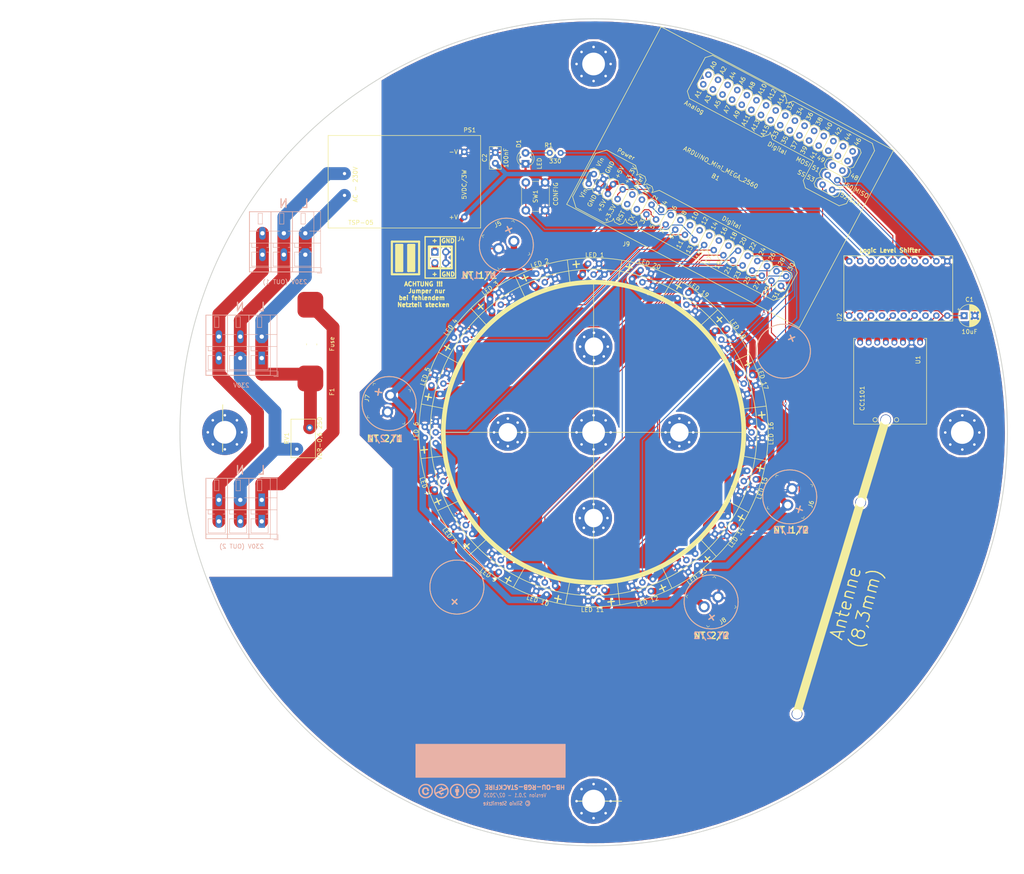
<source format=kicad_pcb>
(kicad_pcb (version 20171130) (host pcbnew "(5.0.2)-1")
  (title_block (title HB-OU-RGB-STACKFIRE) (date 2020-01-20) (rev 2.0.1) (comment 1 "©S. Sternitzke") (comment 2 "Bauart: Röhre Plexiglas XT satiniert (Ø200/194mm)") (comment 4 "Feuersimulation mit WS2812B"))
  (layers (0 F.Cu signal) (31 B.Cu signal) (34 B.Paste user) (35 F.Paste user) (36 B.SilkS user) (37 F.SilkS user) (38 B.Mask user) (39 F.Mask user) (44 Edge.Cuts user))
  (net 0 "")
  (net 1 +3V3)
  (net 2 GND)
  (net 3 "Net-(U2-Pad6)")
  (net 4 /WS28XX_1)
  (net 5 +VDC)
  (net 6 "Net-(B1-PadAREF)")
  (net 7 "Net-(B1-PadA15)")
  (net 8 "Net-(B1-PadA13)")
  (net 9 "Net-(B1-PadA11)")
  (net 10 "Net-(B1-PadA9)")
  (net 11 "Net-(B1-PadA7)")
  (net 12 "Net-(B1-PadA5)")
  (net 13 "Net-(B1-PadA3)")
  (net 14 "Net-(B1-PadA1)")
  (net 15 "Net-(B1-PadA14)")
  (net 16 "Net-(B1-PadA12)")
  (net 17 "Net-(B1-PadA10)")
  (net 18 "Net-(B1-PadA8)")
  (net 19 "Net-(B1-PadA6)")
  (net 20 "Net-(B1-PadA4)")
  (net 21 "Net-(B1-PadA2)")
  (net 22 "Net-(B1-PadA0)")
  (net 23 "/HV4(SS)")
  (net 24 "/HV3(SCK)")
  (net 25 "/HV2(MOSI)")
  (net 26 "/HV1(MISO)")
  (net 27 "/LV1(MISO)")
  (net 28 "/LV2(MOSI)")
  (net 29 "/LV3(SCK)")
  (net 30 "/LV4(SS)")
  (net 31 "Net-(B1-Pad4)")
  (net 32 "Net-(B1-Pad8)")
  (net 33 "Net-(B1-PadRESE)")
  (net 34 "Net-(B1-Pad1)")
  (net 35 "Net-(B1-Pad0)")
  (net 36 "Net-(B1-Pad6)")
  (net 37 "Net-(B1-Pad10)")
  (net 38 "Net-(B1-Pad12)")
  (net 39 "Net-(B1-Pad14)")
  (net 40 "Net-(B1-Pad16)")
  (net 41 "Net-(B1-Pad18)")
  (net 42 "Net-(B1-Pad48)")
  (net 43 "Net-(B1-Pad49)")
  (net 44 "Net-(B1-Pad47)")
  (net 45 "Net-(B1-Pad39)")
  (net 46 "Net-(B1-Pad37)")
  (net 47 "Net-(B1-Pad35)")
  (net 48 "Net-(B1-Pad33)")
  (net 49 "Net-(B1-Pad46)")
  (net 50 "Net-(B1-Pad38)")
  (net 51 "Net-(B1-Pad36)")
  (net 52 "Net-(B1-Pad34)")
  (net 53 "Net-(B1-Pad32)")
  (net 54 "Net-(B1-Pad40)")
  (net 55 "Net-(B1-Pad41)")
  (net 56 "Net-(B1-Pad42)")
  (net 57 "Net-(B1-Pad43)")
  (net 58 "Net-(B1-Pad44)")
  (net 59 "Net-(B1-Pad45)")
  (net 60 /WS28XX_2)
  (net 61 /WS28XX_3)
  (net 62 /WS28XX_4)
  (net 63 /WS28XX_6)
  (net 64 /WS28XX_7)
  (net 65 /WS28XX_8)
  (net 66 /WS28XX_9)
  (net 67 /WS28XX_10)
  (net 68 /WS28XX_11)
  (net 69 /WS28XX_12)
  (net 70 +5V)
  (net 71 "Net-(D1-Pad2)")
  (net 72 "Net-(F1-Pad1)")
  (net 73 "Net-(F1-Pad2)")
  (net 74 "Net-(J1-Pad2)")
  (net 75 "Net-(J1-Pad3)")
  (net 76 /WS28XX_13)
  (net 77 /WS28XX_14)
  (net 78 /WS28XX_15)
  (net 79 /WS28XX_16)
  (net 80 /WS28XX_17)
  (net 81 /WS28XX_18)
  (net 82 /WS28XX_19)
  (net 83 /WS28XX_5)
  (net 84 /VCC_WS28XX_1_1)
  (net 85 /VCC_WS28XX_1_2)
  (net 86 /VCC_WS28XX_2_1)
  (net 87 /VCC_WS28XX_2_2)
  (net 88 /WS28XX_20)
  (net 89 "/HV5(D2)")
  (net 90 "/LV5(D2)")
  (net 91 "Net-(B1-Pad13)")
  (net 92 "Net-(U1-Pad6)")
  (net 93 "Net-(U2-Pad8)")
  (net 94 "Net-(U2-Pad4)")
  (net 95 "Net-(U2-Pad14)")
  (net 96 "Net-(U2-Pad16)")
  (net 97 "Net-(U2-Pad18)")
  (module MountingHole:MountingHole_2.2mm_M2_Pad (layer F.Cu) (at 221.361 230.124)
    (fp_text reference MH3)
    (fp_text value MountingHole_2.2mm_M2_Pad)
    (pad 1 thru_hole circle (at 0 0) (size 2.5 2.5) (drill 2.2) (layers *.Cu *.Mask))
  )
  (module MountingHole:MountingHole_2.2mm_M2_Pad (layer F.Cu) (at 236.22 180.721)
    (fp_text reference MH2)
    (fp_text value MountingHole_2.2mm_M2_Pad)
    (pad 1 thru_hole circle (at 0 0) (size 2.5 2.5) (drill 2.2) (layers *.Cu *.Mask))
  )
  (module MountingHole:MountingHole_4.3mm_M4_Pad_Via (layer F.Cu) (at 173.926 184.402)
    (fp_text reference P12)
    (fp_text value MountingHole_4.3mm_M4_Pad_Via)
    (pad 1 thru_hole circle (at 0 0) (size 8.6 8.6) (drill 4.3) (layers *.Cu *.Mask))
    (pad 1 thru_hole circle (at 3.225 0) (size 0.9 0.9) (drill 0.6) (layers *.Cu *.Mask))
    (pad 1 thru_hole circle (at 2.280419 2.280419) (size 0.9 0.9) (drill 0.6) (layers *.Cu *.Mask))
    (pad 1 thru_hole circle (at 0 3.225) (size 0.9 0.9) (drill 0.6) (layers *.Cu *.Mask))
    (pad 1 thru_hole circle (at -2.280419 2.280419) (size 0.9 0.9) (drill 0.6) (layers *.Cu *.Mask))
    (pad 1 thru_hole circle (at -3.225 0) (size 0.9 0.9) (drill 0.6) (layers *.Cu *.Mask))
    (pad 1 thru_hole circle (at -2.280419 -2.280419) (size 0.9 0.9) (drill 0.6) (layers *.Cu *.Mask))
    (pad 1 thru_hole circle (at 0 -3.225) (size 0.9 0.9) (drill 0.6) (layers *.Cu *.Mask))
    (pad 1 thru_hole circle (at 2.280419 -2.280419) (size 0.9 0.9) (drill 0.6) (layers *.Cu *.Mask))
  )
  (module MountingHole:MountingHole_4.3mm_M4_Pad_Via (layer F.Cu) (at 174.01 144.402)
    (fp_text reference P14)
    (fp_text value MountingHole_4.3mm_M4_Pad_Via)
    (pad 1 thru_hole circle (at 2.280419 -2.280419) (size 0.9 0.9) (drill 0.6) (layers *.Cu *.Mask))
    (pad 1 thru_hole circle (at 0 -3.225) (size 0.9 0.9) (drill 0.6) (layers *.Cu *.Mask))
    (pad 1 thru_hole circle (at -2.280419 -2.280419) (size 0.9 0.9) (drill 0.6) (layers *.Cu *.Mask))
    (pad 1 thru_hole circle (at -3.225 0) (size 0.9 0.9) (drill 0.6) (layers *.Cu *.Mask))
    (pad 1 thru_hole circle (at -2.280419 2.280419) (size 0.9 0.9) (drill 0.6) (layers *.Cu *.Mask))
    (pad 1 thru_hole circle (at 0 3.225) (size 0.9 0.9) (drill 0.6) (layers *.Cu *.Mask))
    (pad 1 thru_hole circle (at 2.280419 2.280419) (size 0.9 0.9) (drill 0.6) (layers *.Cu *.Mask))
    (pad 1 thru_hole circle (at 3.225 0) (size 0.9 0.9) (drill 0.6) (layers *.Cu *.Mask))
    (pad 1 thru_hole circle (at 0 0) (size 8.6 8.6) (drill 4.3) (layers *.Cu *.Mask))
  )
  (module MountingHole:MountingHole_4.3mm_M4_Pad_Via (layer F.Cu) (at 193.926 164.402)
    (fp_text reference P13)
    (fp_text value MountingHole_4.3mm_M4_Pad_Via)
    (pad 1 thru_hole circle (at 0 0) (size 8.6 8.6) (drill 4.3) (layers *.Cu *.Mask))
    (pad 1 thru_hole circle (at 3.225 0) (size 0.9 0.9) (drill 0.6) (layers *.Cu *.Mask))
    (pad 1 thru_hole circle (at 2.280419 2.280419) (size 0.9 0.9) (drill 0.6) (layers *.Cu *.Mask))
    (pad 1 thru_hole circle (at 0 3.225) (size 0.9 0.9) (drill 0.6) (layers *.Cu *.Mask))
    (pad 1 thru_hole circle (at -2.280419 2.280419) (size 0.9 0.9) (drill 0.6) (layers *.Cu *.Mask))
    (pad 1 thru_hole circle (at -3.225 0) (size 0.9 0.9) (drill 0.6) (layers *.Cu *.Mask))
    (pad 1 thru_hole circle (at -2.280419 -2.280419) (size 0.9 0.9) (drill 0.6) (layers *.Cu *.Mask))
    (pad 1 thru_hole circle (at 0 -3.225) (size 0.9 0.9) (drill 0.6) (layers *.Cu *.Mask))
    (pad 1 thru_hole circle (at 2.280419 -2.280419) (size 0.9 0.9) (drill 0.6) (layers *.Cu *.Mask))
  )
  (module MountingHole:MountingHole_5.3mm_M5_Pad_Via (layer F.Cu) (at 259.92 164.436)
    (fp_text reference P5)
    (fp_text value "")
    (pad 1 thru_hole circle (at 0 0) (size 10.6 10.6) (drill 5.3) (layers *.Cu *.Mask))
    (pad 1 thru_hole circle (at 3.975 0) (size 0.9 0.9) (drill 0.6) (layers *.Cu *.Mask))
    (pad 1 thru_hole circle (at 2.810749 2.810749) (size 0.9 0.9) (drill 0.6) (layers *.Cu *.Mask))
    (pad 1 thru_hole circle (at 0 3.975) (size 0.9 0.9) (drill 0.6) (layers *.Cu *.Mask))
    (pad 1 thru_hole circle (at -2.810749 2.810749) (size 0.9 0.9) (drill 0.6) (layers *.Cu *.Mask))
    (pad 1 thru_hole circle (at -3.975 0) (size 0.9 0.9) (drill 0.6) (layers *.Cu *.Mask))
    (pad 1 thru_hole circle (at -2.810749 -2.810749) (size 0.9 0.9) (drill 0.6) (layers *.Cu *.Mask))
    (pad 1 thru_hole circle (at 0 -3.975) (size 0.9 0.9) (drill 0.6) (layers *.Cu *.Mask))
    (pad 1 thru_hole circle (at 2.810749 -2.810749) (size 0.9 0.9) (drill 0.6) (layers *.Cu *.Mask))
  )
  (module MountingHole:MountingHole_5.3mm_M5_Pad_Via (layer F.Cu) (at 173.926 164.402)
    (fp_text reference P2)
    (fp_text value "")
    (pad 1 thru_hole circle (at 2.810749 -2.810749) (size 0.9 0.9) (drill 0.6) (layers *.Cu *.Mask))
    (pad 1 thru_hole circle (at 0 -3.975) (size 0.9 0.9) (drill 0.6) (layers *.Cu *.Mask))
    (pad 1 thru_hole circle (at -2.810749 -2.810749) (size 0.9 0.9) (drill 0.6) (layers *.Cu *.Mask))
    (pad 1 thru_hole circle (at -3.975 0) (size 0.9 0.9) (drill 0.6) (layers *.Cu *.Mask))
    (pad 1 thru_hole circle (at -2.810749 2.810749) (size 0.9 0.9) (drill 0.6) (layers *.Cu *.Mask))
    (pad 1 thru_hole circle (at 0 3.975) (size 0.9 0.9) (drill 0.6) (layers *.Cu *.Mask))
    (pad 1 thru_hole circle (at 2.810749 2.810749) (size 0.9 0.9) (drill 0.6) (layers *.Cu *.Mask))
    (pad 1 thru_hole circle (at 3.975 0) (size 0.9 0.9) (drill 0.6) (layers *.Cu *.Mask))
    (pad 1 thru_hole circle (at 0 0) (size 10.6 10.6) (drill 5.3) (layers *.Cu *.Mask))
  )
  (module MountingHole:MountingHole_5.3mm_M5_Pad_Via (layer F.Cu) (at 87.92 164.389)
    (fp_text reference P4)
    (fp_text value "")
    (pad 1 thru_hole circle (at 0 0) (size 10.6 10.6) (drill 5.3) (layers *.Cu *.Mask))
    (pad 1 thru_hole circle (at 3.975 0) (size 0.9 0.9) (drill 0.6) (layers *.Cu *.Mask))
    (pad 1 thru_hole circle (at 2.810749 2.810749) (size 0.9 0.9) (drill 0.6) (layers *.Cu *.Mask))
    (pad 1 thru_hole circle (at 0 3.975) (size 0.9 0.9) (drill 0.6) (layers *.Cu *.Mask))
    (pad 1 thru_hole circle (at -2.810749 2.810749) (size 0.9 0.9) (drill 0.6) (layers *.Cu *.Mask))
    (pad 1 thru_hole circle (at -3.975 0) (size 0.9 0.9) (drill 0.6) (layers *.Cu *.Mask))
    (pad 1 thru_hole circle (at -2.810749 -2.810749) (size 0.9 0.9) (drill 0.6) (layers *.Cu *.Mask))
    (pad 1 thru_hole circle (at 0 -3.975) (size 0.9 0.9) (drill 0.6) (layers *.Cu *.Mask))
    (pad 1 thru_hole circle (at 2.810749 -2.810749) (size 0.9 0.9) (drill 0.6) (layers *.Cu *.Mask))
  )
  (module MountingHole:MountingHole_5.3mm_M5_Pad_Via (layer F.Cu) (at 173.92 78.436)
    (fp_text reference P1)
    (fp_text value "")
    (pad 1 thru_hole circle (at 0 0) (size 10.6 10.6) (drill 5.3) (layers *.Cu *.Mask))
    (pad 1 thru_hole circle (at 3.975 0) (size 0.9 0.9) (drill 0.6) (layers *.Cu *.Mask))
    (pad 1 thru_hole circle (at 2.810749 2.810749) (size 0.9 0.9) (drill 0.6) (layers *.Cu *.Mask))
    (pad 1 thru_hole circle (at 0 3.975) (size 0.9 0.9) (drill 0.6) (layers *.Cu *.Mask))
    (pad 1 thru_hole circle (at -2.810749 2.810749) (size 0.9 0.9) (drill 0.6) (layers *.Cu *.Mask))
    (pad 1 thru_hole circle (at -3.975 0) (size 0.9 0.9) (drill 0.6) (layers *.Cu *.Mask))
    (pad 1 thru_hole circle (at -2.810749 -2.810749) (size 0.9 0.9) (drill 0.6) (layers *.Cu *.Mask))
    (pad 1 thru_hole circle (at 0 -3.975) (size 0.9 0.9) (drill 0.6) (layers *.Cu *.Mask))
    (pad 1 thru_hole circle (at 2.810749 -2.810749) (size 0.9 0.9) (drill 0.6) (layers *.Cu *.Mask))
  )
  (module MountingHole:MountingHole_5.3mm_M5_Pad_Via (layer F.Cu) (at 173.92 250.461)
    (fp_text reference P3)
    (fp_text value "")
    (pad 1 thru_hole circle (at 0 0) (size 10.6 10.6) (drill 5.3) (layers *.Cu *.Mask))
    (pad 1 thru_hole circle (at 3.975 0) (size 0.9 0.9) (drill 0.6) (layers *.Cu *.Mask))
    (pad 1 thru_hole circle (at 2.810749 2.810749) (size 0.9 0.9) (drill 0.6) (layers *.Cu *.Mask))
    (pad 1 thru_hole circle (at 0 3.975) (size 0.9 0.9) (drill 0.6) (layers *.Cu *.Mask))
    (pad 1 thru_hole circle (at -2.810749 2.810749) (size 0.9 0.9) (drill 0.6) (layers *.Cu *.Mask))
    (pad 1 thru_hole circle (at -3.975 0) (size 0.9 0.9) (drill 0.6) (layers *.Cu *.Mask))
    (pad 1 thru_hole circle (at -2.810749 -2.810749) (size 0.9 0.9) (drill 0.6) (layers *.Cu *.Mask))
    (pad 1 thru_hole circle (at 0 -3.975) (size 0.9 0.9) (drill 0.6) (layers *.Cu *.Mask))
    (pad 1 thru_hole circle (at 2.810749 -2.810749) (size 0.9 0.9) (drill 0.6) (layers *.Cu *.Mask))
  )
  (module Homebrew:Copyrigth (layer F.Cu) (at 155.576435 249.089523 90)
    (fp_text reference Cp1 hide)
    (fp_text value "Version 2.0.1 - 02/2020" (at 0 0 180) (layer B.SilkS) (effects (font (size 0.9 0.75) (thickness 0.12)) (justify mirror)))
    (fp_text user "© Silvio Sternitzke" (at -1.905 -1.905 180) (layer B.SilkS) (effects (font (size 0.9 0.75)) (justify mirror)))
  )
  (module Homebrew:CC-BY-ND-SA (layer B.Cu) (at 140.267935 248.097023 180)
    (fp_text reference G*** hide)
    (fp_text value LOGO hide)
  )
  (module LED_THT:LED_D3.0mm (layer F.Cu) (at 158.052 101.727 90)
    (fp_text reference D1 (at 4.699 -1.588 90) (layer F.SilkS))
    (fp_text value LED (at 0.0635 3.238 90) (layer F.SilkS))
    (pad 2 thru_hole circle (at 2.54 0 90) (size 1.8 1.8) (drill 0.9) (layers *.Cu *.Mask) (net 71 "Net-(D1-Pad2)"))
    (pad 1 thru_hole rect (at 0 0 90) (size 1.8 1.8) (drill 0.9) (layers *.Cu *.Mask) (net 2 GND))
  )
  (module Fuse:Fuse_Schurter_318265 (layer F.Cu) (at 102.87 140.716 270)
    (fp_text reference F1 (at 14.224 -10.033 270) (layer F.SilkS))
    (fp_text value Fuse (at 3.048 -10.033 270) (layer F.SilkS))
    (pad 1 smd roundrect (at -6.1 -5 270) (size 6 6) (layers F.Cu F.Paste F.Mask) (net 72 "Net-(F1-Pad1)"))
    (pad 2 smd roundrect (at 11.1 -5 270) (size 6 6) (layers F.Cu F.Paste F.Mask) (net 73 "Net-(F1-Pad2)"))
  )
  (module TerminalBlock_WAGO:TerminalBlock_WAGO_236-103_1x03_P5.00mm_45Degree (layer B.Cu) (at 106.68 122.936 180)
    (fp_text reference J1)
    (fp_text value "230V (OUT 1)" (at 4.75 -6.35 180) (layer B.SilkS) (effects (justify mirror)))
    (pad 1 thru_hole rect (at 0 0 180) (size 1.5 3) (drill 1) (layers *.Cu *.Mask) (net 73 "Net-(F1-Pad2)"))
    (pad 1 thru_hole rect (at 0 5 180) (size 1.5 3) (drill 1) (layers *.Cu *.Mask) (net 73 "Net-(F1-Pad2)"))
    (pad 2 thru_hole oval (at 5 0 180) (size 1.5 3) (drill 1) (layers *.Cu *.Mask) (net 74 "Net-(J1-Pad2)"))
    (pad 2 thru_hole oval (at 5 5 180) (size 1.5 3) (drill 1) (layers *.Cu *.Mask) (net 74 "Net-(J1-Pad2)"))
    (pad 3 thru_hole oval (at 10 0 180) (size 1.5 3) (drill 1) (layers *.Cu *.Mask) (net 75 "Net-(J1-Pad3)"))
    (pad 3 thru_hole oval (at 10 5 180) (size 1.5 3) (drill 1) (layers *.Cu *.Mask) (net 75 "Net-(J1-Pad3)"))
  )
  (module TerminalBlock_WAGO:TerminalBlock_WAGO_236-103_1x03_P5.00mm_45Degree (layer B.Cu) (at 96.52 147.066 180)
    (fp_text reference J2)
    (fp_text value 230V (at 4.75 -6.35 180) (layer B.SilkS) (effects (justify mirror)))
    (pad 3 thru_hole oval (at 10 5 180) (size 1.5 3) (drill 1) (layers *.Cu *.Mask) (net 75 "Net-(J1-Pad3)"))
    (pad 3 thru_hole oval (at 10 0 180) (size 1.5 3) (drill 1) (layers *.Cu *.Mask) (net 75 "Net-(J1-Pad3)"))
    (pad 2 thru_hole oval (at 5 5 180) (size 1.5 3) (drill 1) (layers *.Cu *.Mask) (net 74 "Net-(J1-Pad2)"))
    (pad 2 thru_hole oval (at 5 0 180) (size 1.5 3) (drill 1) (layers *.Cu *.Mask) (net 74 "Net-(J1-Pad2)"))
    (pad 1 thru_hole rect (at 0 5 180) (size 1.5 3) (drill 1) (layers *.Cu *.Mask) (net 73 "Net-(F1-Pad2)"))
    (pad 1 thru_hole rect (at 0 0 180) (size 1.5 3) (drill 1) (layers *.Cu *.Mask) (net 73 "Net-(F1-Pad2)"))
  )
  (module Homebrew:TSP-05 (layer F.Cu) (at 131.064 106.553)
    (fp_text reference PS1 (at 13.97 -12.7) (layer F.SilkS))
    (fp_text value TSP-05 (at -11.43 8.89) (layer F.SilkS))
    (fp_text user "AC - 230V" (at -12.7 0 90) (layer F.SilkS))
    (fp_text user -V (at 10.16 -7.62) (layer F.SilkS))
    (fp_text user +V (at 10.16 7.62) (layer F.SilkS))
    (fp_text user 5VDC/3W (at 12.7 0 90) (layer F.SilkS))
    (pad 1 thru_hole circle (at -15.24 -2.54) (size 1.524 1.524) (drill 0.762) (layers *.Cu *.Mask) (net 74 "Net-(J1-Pad2)"))
    (pad 2 thru_hole circle (at -15.24 2.54) (size 1.524 1.524) (drill 0.762) (layers *.Cu *.Mask) (net 73 "Net-(F1-Pad2)"))
    (pad 3 thru_hole circle (at 12.7 -7.62) (size 1.524 1.524) (drill 0.762) (layers *.Cu *.Mask) (net 2 GND))
    (pad 4 thru_hole circle (at 12.7 7.62) (size 1.524 1.524) (drill 0.762) (layers *.Cu *.Mask) (net 5 +VDC))
  )
  (module Resistor_THT:R_Axial_DIN0204_L3.6mm_D1.6mm_P2.54mm_Vertical (layer F.Cu) (at 163.703 99.187)
    (fp_text reference R1 (at -0.254 -1.778) (layer F.SilkS))
    (fp_text value 330 (at 1.27 1.92) (layer F.SilkS))
    (pad 1 thru_hole circle (at 0 0) (size 1.4 1.4) (drill 0.7) (layers *.Cu *.Mask) (net 71 "Net-(D1-Pad2)"))
    (pad 2 thru_hole oval (at 2.54 0) (size 1.4 1.4) (drill 0.7) (layers *.Cu *.Mask) (net 31 "Net-(B1-Pad4)"))
  )
  (module Varistor:RV_Disc_D9mm_W5.7mm_P5mm (layer F.Cu) (at 107.696 163.322 270)
    (fp_text reference RV1 (at 2.5 5.35 270) (layer F.SilkS))
    (fp_text value "VDR-0,6 250" (at 2.5 -2.35 270) (layer F.SilkS))
    (pad 1 thru_hole circle (at 0 0 270) (size 1.6 1.6) (drill 0.8) (layers *.Cu *.Mask) (net 73 "Net-(F1-Pad2)"))
    (pad 2 thru_hole circle (at 5 3 270) (size 1.6 1.6) (drill 0.8) (layers *.Cu *.Mask) (net 74 "Net-(J1-Pad2)"))
  )
  (module Button_Switch_THT:SW_PUSH_6mm_H5mm (layer F.Cu) (at 158.115 112.586 90)
    (fp_text reference SW1)
    (fp_text value CONFIG (at 3.81 6.985 90) (layer F.SilkS))
    (fp_text user %R (at 3.25 2.25 90) (layer F.SilkS))
    (pad 2 thru_hole circle (at 0 4.5 180) (size 2 2) (drill 1.1) (layers *.Cu *.Mask) (net 2 GND))
    (pad 1 thru_hole circle (at 0 0 180) (size 2 2) (drill 1.1) (layers *.Cu *.Mask) (net 91 "Net-(B1-Pad13)"))
    (pad 2 thru_hole circle (at 6.5 4.5 180) (size 2 2) (drill 1.1) (layers *.Cu *.Mask) (net 2 GND))
    (pad 1 thru_hole circle (at 6.5 0 180) (size 2 2) (drill 1.1) (layers *.Cu *.Mask) (net 91 "Net-(B1-Pad13)"))
  )
  (module MountingHole:MountingHole_4.3mm_M4_Pad_Via (layer F.Cu) (at 153.926 164.402)
    (fp_text reference P11)
    (fp_text value MountingHole_4.3mm_M4_Pad_Via)
    (pad 1 thru_hole circle (at 2.280419 -2.280419) (size 0.9 0.9) (drill 0.6) (layers *.Cu *.Mask))
    (pad 1 thru_hole circle (at 0 -3.225) (size 0.9 0.9) (drill 0.6) (layers *.Cu *.Mask))
    (pad 1 thru_hole circle (at -2.280419 -2.280419) (size 0.9 0.9) (drill 0.6) (layers *.Cu *.Mask))
    (pad 1 thru_hole circle (at -3.225 0) (size 0.9 0.9) (drill 0.6) (layers *.Cu *.Mask))
    (pad 1 thru_hole circle (at -2.280419 2.280419) (size 0.9 0.9) (drill 0.6) (layers *.Cu *.Mask))
    (pad 1 thru_hole circle (at 0 3.225) (size 0.9 0.9) (drill 0.6) (layers *.Cu *.Mask))
    (pad 1 thru_hole circle (at 2.280419 2.280419) (size 0.9 0.9) (drill 0.6) (layers *.Cu *.Mask))
    (pad 1 thru_hole circle (at 3.225 0) (size 0.9 0.9) (drill 0.6) (layers *.Cu *.Mask))
    (pad 1 thru_hole circle (at 0 0) (size 8.6 8.6) (drill 4.3) (layers *.Cu *.Mask))
  )
  (module MountingHole:MountingHole_2.2mm_M2_Pad (layer F.Cu) (at 242.062 161.48)
    (fp_text reference MH1)
    (fp_text value MountingHole_2.2mm_M2_Pad)
    (pad 1 thru_hole circle (at 0 0) (size 2.5 2.5) (drill 2.2) (layers *.Cu *.Mask))
  )
  (module "Homebrew:Mini Mega 2560" (layer F.Cu) (at 202.374 104.838 332)
    (fp_text reference B1 (at 0 0 332) (layer F.SilkS))
    (fp_text value ARDUINO_Mini_MEGA_2560 (at 0 -2.54 332) (layer F.SilkS))
    (fp_text user Power (at -20.955 5.08 332) (layer F.SilkS))
    (fp_text user Digital (at 8.255 7.62 332) (layer F.SilkS))
    (fp_text user Digital (at 9.525 -12.7 332) (layer F.SilkS))
    (fp_text user Analog (at -12.065 -12.065 332) (layer F.SilkS))
    (fp_text user 2 (at -10.16 10.795 62) (layer F.SilkS))
    (fp_text user 4 (at -7.62 10.795 62) (layer F.SilkS))
    (fp_text user 3 (at -10.16 17.145 62) (layer F.SilkS))
    (fp_text user 5 (at -7.62 17.145 62) (layer F.SilkS))
    (fp_text user 7 (at -5.08 17.145 62) (layer F.SilkS))
    (fp_text user 9 (at -2.54 17.145 62) (layer F.SilkS))
    (fp_text user 11 (at 0 17.78 62) (layer F.SilkS))
    (fp_text user 6 (at -5.08 10.795 62) (layer F.SilkS))
    (fp_text user 8 (at -2.54 10.795 62) (layer F.SilkS))
    (fp_text user 10 (at 0 10.16 62) (layer F.SilkS))
    (fp_text user 12 (at 2.54 10.16 62) (layer F.SilkS))
    (fp_text user 14 (at 5.08 10.16 62) (layer F.SilkS))
    (fp_text user 16 (at 7.62 10.16 62) (layer F.SilkS))
    (fp_text user 18 (at 10.16 10.16 62) (layer F.SilkS))
    (fp_text user 20 (at 12.7 10.16 62) (layer F.SilkS))
    (fp_text user 22 (at 15.24 10.16 62) (layer F.SilkS))
    (fp_text user 24 (at 17.78 10.16 62) (layer F.SilkS))
    (fp_text user 26 (at 20.32 10.16 62) (layer F.SilkS))
    (fp_text user 28 (at 22.86 10.16 62) (layer F.SilkS))
    (fp_text user 30 (at 25.4 10.16 62) (layer F.SilkS))
    (fp_text user 13 (at 2.54 17.78 62) (layer F.SilkS))
    (fp_text user 15 (at 5.08 17.78 62) (layer F.SilkS))
    (fp_text user 17 (at 7.62 17.78 62) (layer F.SilkS))
    (fp_text user 19 (at 10.16 17.78 62) (layer F.SilkS))
    (fp_text user 21 (at 12.7 17.78 62) (layer F.SilkS))
    (fp_text user 23 (at 15.24 17.78 62) (layer F.SilkS))
    (fp_text user 25 (at 17.78 17.78 62) (layer F.SilkS))
    (fp_text user 27 (at 20.32 17.78 62) (layer F.SilkS))
    (fp_text user 29 (at 22.86 17.78 62) (layer F.SilkS))
    (fp_text user 31 (at 25.4 17.78 62) (layer F.SilkS))
    (fp_text user Vin (at -25.4 9.525 62) (layer F.SilkS))
    (fp_text user Vin (at -25.4 17.78 62) (layer F.SilkS))
    (fp_text user GND (at -22.86 9.525 62) (layer F.SilkS))
    (fp_text user +5V (at -20.32 9.525 62) (layer F.SilkS))
    (fp_text user +3.3V (at -17.78 8.89 62) (layer F.SilkS))
    (fp_text user GND (at -22.86 18.415 62) (layer F.SilkS))
    (fp_text user +5V (at -20.32 18.415 62) (layer F.SilkS))
    (fp_text user +3.3V (at -17.78 19.05 62) (layer F.SilkS))
    (fp_text user ARef (at -15.24 9.525 62) (layer F.SilkS))
    (fp_text user RX (at -12.7 10.16 62) (layer F.SilkS))
    (fp_text user RST (at -15.24 18.415 62) (layer F.SilkS))
    (fp_text user TX (at -12.7 17.78 62) (layer F.SilkS))
    (fp_text user A1 (at -12.7 -15.24 62) (layer F.SilkS))
    (fp_text user A3 (at -10.16 -15.24 62) (layer F.SilkS))
    (fp_text user A5 (at -7.62 -15.24 62) (layer F.SilkS))
    (fp_text user A7 (at -5.08 -15.24 62) (layer F.SilkS))
    (fp_text user A9 (at -2.54 -15.24 62) (layer F.SilkS))
    (fp_text user A11 (at 0 -14.986 62) (layer F.SilkS))
    (fp_text user A13 (at 2.54 -14.986 62) (layer F.SilkS) (effects (font (thickness 0.15) italic)))
    (fp_text user A15 (at 5.08 -14.986 62) (layer F.SilkS))
    (fp_text user A0 (at -12.7 -22.86 62) (layer F.SilkS))
    (fp_text user A2 (at -10.16 -22.86 62) (layer F.SilkS))
    (fp_text user A4 (at -7.62 -22.86 62) (layer F.SilkS))
    (fp_text user A6 (at -5.08 -22.86 62) (layer F.SilkS))
    (fp_text user A8 (at -2.54 -22.86 62) (layer F.SilkS))
    (fp_text user A10 (at 0 -23.241 62) (layer F.SilkS))
    (fp_text user A12 (at 2.54 -23.241 62) (layer F.SilkS))
    (fp_text user A14 (at 5.08 -23.241 62) (layer F.SilkS))
    (fp_text user 33 (at 7.62 -15.24 62) (layer F.SilkS))
    (fp_text user 35 (at 10.16 -15.24 62) (layer F.SilkS))
    (fp_text user 37 (at 12.7 -15.24 62) (layer F.SilkS))
    (fp_text user 39 (at 15.24 -15.24 62) (layer F.SilkS))
    (fp_text user 41 (at 17.78 -15.24 62) (layer F.SilkS))
    (fp_text user 32 (at 7.62 -22.86 62) (layer F.SilkS))
    (fp_text user 34 (at 10.16 -22.86 62) (layer F.SilkS))
    (fp_text user 36 (at 12.7 -22.86 62) (layer F.SilkS))
    (fp_text user 38 (at 15.24 -22.86 62) (layer F.SilkS))
    (fp_text user 40 (at 17.78 -22.86 62) (layer F.SilkS))
    (fp_text user 42 (at 20.32 -22.86 62) (layer F.SilkS))
    (fp_text user 44 (at 22.86 -22.86 62) (layer F.SilkS))
    (fp_text user 46 (at 25.4 -22.86 62) (layer F.SilkS))
    (fp_text user 48 (at 28.575 -15.24 332) (layer F.SilkS))
    (fp_text user 49 (at 19.685 -15.24 332) (layer F.SilkS))
    (fp_text user 51 (at 19.685 -12.7 332) (layer F.SilkS))
    (fp_text user 53 (at 19.685 -10.16 332) (layer F.SilkS))
    (fp_text user 50 (at 28.575 -12.7 332) (layer F.SilkS))
    (fp_text user 52 (at 28.575 -10.16 332) (layer F.SilkS))
    (fp_text user SCK (at 31.496 -10.16 332) (layer F.SilkS))
    (fp_text user MISO (at 31.75 -12.7 332) (layer F.SilkS))
    (fp_text user MOSI (at 16.383 -12.7 332) (layer F.SilkS))
    (fp_text user SS (at 17.272 -10.16 332) (layer F.SilkS))
    (pad VIN thru_hole circle (at -25.399999 15.24 332) (size 1.524 1.524) (drill 0.762) (layers *.Cu *.Mask) (net 5 +VDC))
    (pad GND@ thru_hole circle (at -22.860001 15.24 332) (size 1.524 1.524) (drill 0.762) (layers *.Cu *.Mask) (net 2 GND))
    (pad 5V@0 thru_hole circle (at -20.32 15.24 332) (size 1.524 1.524) (drill 0.762) (layers *.Cu *.Mask) (net 70 +5V))
    (pad 3.3V thru_hole circle (at -17.78 15.24 332) (size 1.524 1.524) (drill 0.762) (layers *.Cu *.Mask) (net 1 +3V3))
    (pad RESE thru_hole circle (at -15.24 15.24 332) (size 1.524 1.524) (drill 0.762) (layers *.Cu *.Mask) (net 33 "Net-(B1-PadRESE)"))
    (pad 1 thru_hole circle (at -12.7 15.24 332) (size 1.524 1.524) (drill 0.762) (layers *.Cu *.Mask) (net 34 "Net-(B1-Pad1)"))
    (pad 3 thru_hole circle (at -10.16 15.24 332) (size 1.524 1.524) (drill 0.762) (layers *.Cu *.Mask) (net 4 /WS28XX_1))
    (pad 5 thru_hole circle (at -7.62 15.24 332) (size 1.524 1.524) (drill 0.762) (layers *.Cu *.Mask) (net 60 /WS28XX_2))
    (pad 7 thru_hole circle (at -5.08 15.24 332) (size 1.524 1.524) (drill 0.762) (layers *.Cu *.Mask) (net 61 /WS28XX_3))
    (pad 9 thru_hole circle (at -2.54 15.240001 332) (size 1.524 1.524) (drill 0.762) (layers *.Cu *.Mask) (net 62 /WS28XX_4))
    (pad 11 thru_hole circle (at 0 15.24 332) (size 1.524 1.524) (drill 0.762) (layers *.Cu *.Mask) (net 83 /WS28XX_5))
    (pad 13 thru_hole circle (at 2.54 15.24 332) (size 1.524 1.524) (drill 0.762) (layers *.Cu *.Mask) (net 91 "Net-(B1-Pad13)"))
    (pad 15 thru_hole circle (at 5.08 15.24 332) (size 1.524 1.524) (drill 0.762) (layers *.Cu *.Mask) (net 63 /WS28XX_6))
    (pad 17 thru_hole circle (at 7.62 15.24 332) (size 1.524 1.524) (drill 0.762) (layers *.Cu *.Mask) (net 64 /WS28XX_7))
    (pad 19 thru_hole circle (at 10.16 15.24 332) (size 1.524 1.524) (drill 0.762) (layers *.Cu *.Mask) (net 65 /WS28XX_8))
    (pad 21 thru_hole circle (at 12.7 15.24 332) (size 1.524 1.524) (drill 0.762) (layers *.Cu *.Mask) (net 67 /WS28XX_10))
    (pad 23 thru_hole circle (at 15.24 15.24 332) (size 1.524 1.524) (drill 0.762) (layers *.Cu *.Mask) (net 68 /WS28XX_11))
    (pad 25 thru_hole circle (at 17.780001 15.24 332) (size 1.524 1.524) (drill 0.762) (layers *.Cu *.Mask) (net 69 /WS28XX_12))
    (pad 27 thru_hole circle (at 20.319999 15.24 332) (size 1.524 1.524) (drill 0.762) (layers *.Cu *.Mask) (net 76 /WS28XX_13))
    (pad 29 thru_hole circle (at 22.86 15.24 332) (size 1.524 1.524) (drill 0.762) (layers *.Cu *.Mask) (net 77 /WS28XX_14))
    (pad 31 thru_hole circle (at 25.4 15.24 332) (size 1.524 1.524) (drill 0.762) (layers *.Cu *.Mask) (net 78 /WS28XX_15))
    (pad VIN thru_hole circle (at -25.4 12.7 332) (size 1.524 1.524) (drill 0.762) (layers *.Cu *.Mask) (net 5 +VDC))
    (pad GND@ thru_hole circle (at -22.86 12.700001 332) (size 1.524 1.524) (drill 0.762) (layers *.Cu *.Mask) (net 2 GND))
    (pad 5V@1 thru_hole circle (at -20.32 12.7 332) (size 1.524 1.524) (drill 0.762) (layers *.Cu *.Mask) (net 70 +5V))
    (pad 3.3V thru_hole circle (at -17.78 12.7 332) (size 1.524 1.524) (drill 0.762) (layers *.Cu *.Mask) (net 1 +3V3))
    (pad AREF thru_hole circle (at -15.24 12.7 332) (size 1.524 1.524) (drill 0.762) (layers *.Cu *.Mask) (net 6 "Net-(B1-PadAREF)"))
    (pad 0 thru_hole circle (at -12.7 12.7 332) (size 1.524 1.524) (drill 0.762) (layers *.Cu *.Mask) (net 35 "Net-(B1-Pad0)"))
    (pad 2 thru_hole circle (at -10.16 12.7 332) (size 1.524 1.524) (drill 0.762) (layers *.Cu *.Mask) (net 89 "/HV5(D2)"))
    (pad 4 thru_hole circle (at -7.62 12.7 332) (size 1.524 1.524) (drill 0.762) (layers *.Cu *.Mask) (net 31 "Net-(B1-Pad4)"))
    (pad 6 thru_hole circle (at -5.08 12.7 332) (size 1.524 1.524) (drill 0.762) (layers *.Cu *.Mask) (net 36 "Net-(B1-Pad6)"))
    (pad 8 thru_hole circle (at -2.54 12.7 332) (size 1.524 1.524) (drill 0.762) (layers *.Cu *.Mask) (net 32 "Net-(B1-Pad8)"))
    (pad 10 thru_hole circle (at 0 12.7 332) (size 1.524 1.524) (drill 0.762) (layers *.Cu *.Mask) (net 37 "Net-(B1-Pad10)"))
    (pad 12 thru_hole circle (at 2.54 12.7 332) (size 1.524 1.524) (drill 0.762) (layers *.Cu *.Mask) (net 38 "Net-(B1-Pad12)"))
    (pad 14 thru_hole circle (at 5.08 12.7 332) (size 1.524 1.524) (drill 0.762) (layers *.Cu *.Mask) (net 39 "Net-(B1-Pad14)"))
    (pad 16 thru_hole circle (at 7.62 12.7 332) (size 1.524 1.524) (drill 0.762) (layers *.Cu *.Mask) (net 40 "Net-(B1-Pad16)"))
    (pad 18 thru_hole circle (at 10.16 12.7 332) (size 1.524 1.524) (drill 0.762) (layers *.Cu *.Mask) (net 41 "Net-(B1-Pad18)"))
    (pad 20 thru_hole circle (at 12.7 12.7 332) (size 1.524 1.524) (drill 0.762) (layers *.Cu *.Mask) (net 66 /WS28XX_9))
    (pad 22 thru_hole circle (at 15.24 12.7 332) (size 1.524 1.524) (drill 0.762) (layers *.Cu *.Mask) (net 79 /WS28XX_16))
    (pad 24 thru_hole circle (at 17.78 12.7 332) (size 1.524 1.524) (drill 0.762) (layers *.Cu *.Mask) (net 80 /WS28XX_17))
    (pad 26 thru_hole circle (at 20.32 12.7 332) (size 1.524 1.524) (drill 0.762) (layers *.Cu *.Mask) (net 81 /WS28XX_18))
    (pad 28 thru_hole circle (at 22.86 12.7 332) (size 1.524 1.524) (drill 0.762) (layers *.Cu *.Mask) (net 82 /WS28XX_19))
    (pad 30 thru_hole circle (at 25.4 12.7 332) (size 1.524 1.524) (drill 0.762) (layers *.Cu *.Mask) (net 88 /WS28XX_20))
    (pad 52 thru_hole circle (at 25.4 -10.16 332) (size 1.524 1.524) (drill 0.762) (layers *.Cu *.Mask) (net 24 "/HV3(SCK)"))
    (pad 50 thru_hole circle (at 25.4 -12.7 332) (size 1.524 1.524) (drill 0.762) (layers *.Cu *.Mask) (net 26 "/HV1(MISO)"))
    (pad 48 thru_hole circle (at 25.399999 -15.24 332) (size 1.524 1.524) (drill 0.762) (layers *.Cu *.Mask) (net 42 "Net-(B1-Pad48)"))
    (pad 53 thru_hole circle (at 22.86 -10.16 332) (size 1.524 1.524) (drill 0.762) (layers *.Cu *.Mask) (net 23 "/HV4(SS)"))
    (pad 51 thru_hole circle (at 22.86 -12.700001 332) (size 1.524 1.524) (drill 0.762) (layers *.Cu *.Mask) (net 25 "/HV2(MOSI)"))
    (pad 49 thru_hole circle (at 22.860001 -15.24 332) (size 1.524 1.524) (drill 0.762) (layers *.Cu *.Mask) (net 43 "Net-(B1-Pad49)"))
    (pad 47 thru_hole circle (at 25.4 -17.78 332) (size 1.524 1.524) (drill 0.762) (layers *.Cu *.Mask) (net 44 "Net-(B1-Pad47)"))
    (pad 39 thru_hole circle (at 15.24 -17.780001 332) (size 1.524 1.524) (drill 0.762) (layers *.Cu *.Mask) (net 45 "Net-(B1-Pad39)"))
    (pad 37 thru_hole circle (at 12.7 -17.78 332) (size 1.524 1.524) (drill 0.762) (layers *.Cu *.Mask) (net 46 "Net-(B1-Pad37)"))
    (pad 35 thru_hole circle (at 10.16 -17.78 332) (size 1.524 1.524) (drill 0.762) (layers *.Cu *.Mask) (net 47 "Net-(B1-Pad35)"))
    (pad 33 thru_hole circle (at 7.62 -17.78 332) (size 1.524 1.524) (drill 0.762) (layers *.Cu *.Mask) (net 48 "Net-(B1-Pad33)"))
    (pad A15 thru_hole circle (at 5.08 -17.78 332) (size 1.524 1.524) (drill 0.762) (layers *.Cu *.Mask) (net 7 "Net-(B1-PadA15)"))
    (pad A13 thru_hole circle (at 2.54 -17.779999 332) (size 1.524 1.524) (drill 0.762) (layers *.Cu *.Mask) (net 8 "Net-(B1-PadA13)"))
    (pad A11 thru_hole circle (at 0 -17.78 332) (size 1.524 1.524) (drill 0.762) (layers *.Cu *.Mask) (net 9 "Net-(B1-PadA11)"))
    (pad A9 thru_hole circle (at -2.54 -17.78 332) (size 1.524 1.524) (drill 0.762) (layers *.Cu *.Mask) (net 10 "Net-(B1-PadA9)"))
    (pad A7 thru_hole circle (at -5.08 -17.78 332) (size 1.524 1.524) (drill 0.762) (layers *.Cu *.Mask) (net 11 "Net-(B1-PadA7)"))
    (pad A5 thru_hole circle (at -7.62 -17.780001 332) (size 1.524 1.524) (drill 0.762) (layers *.Cu *.Mask) (net 12 "Net-(B1-PadA5)"))
    (pad A3 thru_hole circle (at -10.16 -17.78 332) (size 1.524 1.524) (drill 0.762) (layers *.Cu *.Mask) (net 13 "Net-(B1-PadA3)"))
    (pad A1 thru_hole circle (at -12.7 -17.78 332) (size 1.524 1.524) (drill 0.762) (layers *.Cu *.Mask) (net 14 "Net-(B1-PadA1)"))
    (pad 46 thru_hole circle (at 25.4 -20.32 332) (size 1.524 1.524) (drill 0.762) (layers *.Cu *.Mask) (net 49 "Net-(B1-Pad46)"))
    (pad 38 thru_hole circle (at 15.24 -20.319999 332) (size 1.524 1.524) (drill 0.762) (layers *.Cu *.Mask) (net 50 "Net-(B1-Pad38)"))
    (pad 36 thru_hole circle (at 12.7 -20.32 332) (size 1.524 1.524) (drill 0.762) (layers *.Cu *.Mask) (net 51 "Net-(B1-Pad36)"))
    (pad 34 thru_hole circle (at 10.16 -20.32 332) (size 1.524 1.524) (drill 0.762) (layers *.Cu *.Mask) (net 52 "Net-(B1-Pad34)"))
    (pad 32 thru_hole circle (at 7.62 -20.32 332) (size 1.524 1.524) (drill 0.762) (layers *.Cu *.Mask) (net 53 "Net-(B1-Pad32)"))
    (pad A14 thru_hole circle (at 5.08 -20.32 332) (size 1.524 1.524) (drill 0.762) (layers *.Cu *.Mask) (net 15 "Net-(B1-PadA14)"))
    (pad A12 thru_hole circle (at 2.54 -20.32 332) (size 1.524 1.524) (drill 0.762) (layers *.Cu *.Mask) (net 16 "Net-(B1-PadA12)"))
    (pad A10 thru_hole circle (at 0 -20.32 332) (size 1.524 1.524) (drill 0.762) (layers *.Cu *.Mask) (net 17 "Net-(B1-PadA10)"))
    (pad A8 thru_hole circle (at -2.54 -20.32 332) (size 1.524 1.524) (drill 0.762) (layers *.Cu *.Mask) (net 18 "Net-(B1-PadA8)"))
    (pad A6 thru_hole circle (at -5.080001 -20.32 332) (size 1.524 1.524) (drill 0.762) (layers *.Cu *.Mask) (net 19 "Net-(B1-PadA6)"))
    (pad A4 thru_hole circle (at -7.62 -20.319999 332) (size 1.524 1.524) (drill 0.762) (layers *.Cu *.Mask) (net 20 "Net-(B1-PadA4)"))
    (pad A2 thru_hole circle (at -10.16 -20.32 332) (size 1.524 1.524) (drill 0.762) (layers *.Cu *.Mask) (net 21 "Net-(B1-PadA2)"))
    (pad A0 thru_hole circle (at -12.7 -20.32 332) (size 1.524 1.524) (drill 0.762) (layers *.Cu *.Mask) (net 22 "Net-(B1-PadA0)"))
    (pad 40 thru_hole circle (at 17.78 -20.32 332) (size 1.524 1.524) (drill 0.762) (layers *.Cu *.Mask) (net 54 "Net-(B1-Pad40)"))
    (pad 41 thru_hole circle (at 17.78 -17.78 332) (size 1.524 1.524) (drill 0.762) (layers *.Cu *.Mask) (net 55 "Net-(B1-Pad41)"))
    (pad 42 thru_hole circle (at 20.32 -20.32 332) (size 1.524 1.524) (drill 0.762) (layers *.Cu *.Mask) (net 56 "Net-(B1-Pad42)"))
    (pad 43 thru_hole circle (at 20.32 -17.78 332) (size 1.524 1.524) (drill 0.762) (layers *.Cu *.Mask) (net 57 "Net-(B1-Pad43)"))
    (pad 44 thru_hole circle (at 22.86 -20.32 332) (size 1.524 1.524) (drill 0.762) (layers *.Cu *.Mask) (net 58 "Net-(B1-Pad44)"))
    (pad 45 thru_hole circle (at 22.86 -17.78 332) (size 1.524 1.524) (drill 0.762) (layers *.Cu *.Mask) (net 59 "Net-(B1-Pad45)"))
  )
  (module TerminalBlock_WAGO:TerminalBlock_WAGO_236-103_1x03_P5.00mm_45Degree (layer B.Cu) (at 96.52 185.166 180)
    (fp_text reference J3)
    (fp_text value "230V (OUT 2)" (at 4.699 -5.842 180) (layer B.SilkS) (effects (justify mirror)))
    (pad 1 thru_hole rect (at 0 0 180) (size 1.5 3) (drill 1) (layers *.Cu *.Mask) (net 72 "Net-(F1-Pad1)"))
    (pad 1 thru_hole rect (at 0 5 180) (size 1.5 3) (drill 1) (layers *.Cu *.Mask) (net 72 "Net-(F1-Pad1)"))
    (pad 2 thru_hole oval (at 5 0 180) (size 1.5 3) (drill 1) (layers *.Cu *.Mask) (net 74 "Net-(J1-Pad2)"))
    (pad 2 thru_hole oval (at 5 5 180) (size 1.5 3) (drill 1) (layers *.Cu *.Mask) (net 74 "Net-(J1-Pad2)"))
    (pad 3 thru_hole oval (at 10 0 180) (size 1.5 3) (drill 1) (layers *.Cu *.Mask) (net 75 "Net-(J1-Pad3)"))
    (pad 3 thru_hole oval (at 10 5 180) (size 1.5 3) (drill 1) (layers *.Cu *.Mask) (net 75 "Net-(J1-Pad3)"))
  )
  (module Connector_PinHeader_2.54mm:PinHeader_2x02_P2.54mm_Vertical (layer F.Cu) (at 136.906 122.301)
    (fp_text reference J4 (at 6.096 -3.048) (layer F.SilkS))
    (fp_text value VCC)
    (pad 1 thru_hole rect (at 0 0) (size 1.7 1.7) (drill 1) (layers *.Cu *.Mask) (net 5 +VDC))
    (pad 2 thru_hole oval (at 2.54 0) (size 1.7 1.7) (drill 1) (layers *.Cu *.Mask) (net 2 GND))
    (pad 3 thru_hole oval (at 0 2.54) (size 1.7 1.7) (drill 1) (layers *.Cu *.Mask) (net 84 /VCC_WS28XX_1_1))
    (pad 4 thru_hole oval (at 2.54 2.54) (size 1.7 1.7) (drill 1) (layers *.Cu *.Mask) (net 2 GND))
  )
  (module Homebrew:CC1101 (layer F.Cu) (at 251.587 140.97 270)
    (fp_text reference U1 (at 6.5 2 270) (layer F.SilkS))
    (fp_text value CC1101 (at 15.5 15 270) (layer F.SilkS))
    (pad 8 thru_hole circle (at 2.5 15.5 270) (size 1.35 1.35) (drill 0.8) (layers *.Cu *.Mask) (net 30 "/LV4(SS)"))
    (pad 8 connect rect (at 1.5 15.5 270) (size 1.8 1.35) (layers F.Cu F.Mask) (net 30 "/LV4(SS)"))
    (pad 1 thru_hole circle (at 2.5 1.5 270) (size 1.35 1.35) (drill 0.8) (layers *.Cu *.Mask) (net 1 +3V3))
    (pad 2 thru_hole circle (at 2.5 3.5 270) (size 1.35 1.35) (drill 0.8) (layers *.Cu *.Mask) (net 2 GND))
    (pad 3 thru_hole circle (at 2.5 5.5 270) (size 1.35 1.35) (drill 0.8) (layers *.Cu *.Mask) (net 28 "/LV2(MOSI)"))
    (pad 4 thru_hole circle (at 2.5 7.5 270) (size 1.35 1.35) (drill 0.8) (layers *.Cu *.Mask) (net 29 "/LV3(SCK)"))
    (pad 5 thru_hole circle (at 2.5 9.5 270) (size 1.35 1.35) (drill 0.8) (layers *.Cu *.Mask) (net 27 "/LV1(MISO)"))
    (pad 6 thru_hole circle (at 2.5 11.5 270) (size 1.35 1.35) (drill 0.8) (layers *.Cu *.Mask) (net 92 "Net-(U1-Pad6)"))
    (pad 7 thru_hole circle (at 2.5 13.5 270) (size 1.35 1.35) (drill 0.8) (layers *.Cu *.Mask) (net 90 "/LV5(D2)"))
    (pad 1 connect rect (at 1.5 1.5 270) (size 1.8 1.35) (layers F.Cu F.Mask) (net 1 +3V3))
    (pad 2 connect rect (at 1.5 3.5 270) (size 1.8 1.35) (layers F.Cu F.Mask) (net 2 GND))
    (pad 3 connect rect (at 1.5 5.5 270) (size 1.8 1.35) (layers F.Cu F.Mask) (net 28 "/LV2(MOSI)"))
    (pad 4 connect rect (at 1.5 7.5 270) (size 1.8 1.35) (layers F.Cu F.Mask) (net 29 "/LV3(SCK)"))
    (pad 5 connect rect (at 1.5 9.5 270) (size 1.8 1.35) (layers F.Cu F.Mask) (net 27 "/LV1(MISO)"))
    (pad 6 connect rect (at 1.5 11.5 270) (size 1.8 1.35) (layers F.Cu F.Mask) (net 92 "Net-(U1-Pad6)"))
    (pad 7 connect rect (at 1.5 13.5 270) (size 1.8 1.35) (layers F.Cu F.Mask) (net 90 "/LV5(D2)"))
  )
  (module digikey-footprints:PinHeader_1x2_P3.96mm_Drill1.6mm (layer F.Cu) (at 151.765 121.539 26)
    (fp_text reference J5 (at 2.33 -5.21 26) (layer F.SilkS))
    (fp_text value "5V - WS28XX")
    (pad 1 thru_hole circle (at 0 0 26) (size 2.6 2.6) (drill 1.6) (layers *.Cu *.Mask) (net 2 GND))
    (pad 2 thru_hole circle (at 3.96 0 26) (size 2.6 2.6) (drill 1.6) (layers *.Cu *.Mask) (net 84 /VCC_WS28XX_1_1))
  )
  (module digikey-footprints:PinHeader_1x2_P3.96mm_Drill1.6mm (layer F.Cu) (at 220.218 177.546 255)
    (fp_text reference J6 (at 2.33 -5.21 255) (layer F.SilkS))
    (fp_text value "5V - WS28XX")
    (pad 2 thru_hole circle (at 3.96 0 255) (size 2.6 2.6) (drill 1.6) (layers *.Cu *.Mask) (net 85 /VCC_WS28XX_1_2))
    (pad 1 thru_hole circle (at 0 0 255) (size 2.6 2.6) (drill 1.6) (layers *.Cu *.Mask) (net 2 GND))
  )
  (module digikey-footprints:PinHeader_1x2_P3.96mm_Drill1.6mm (layer F.Cu) (at 125.857 159.639 80)
    (fp_text reference J7 (at 2.33 -5.21 80) (layer F.SilkS))
    (fp_text value "5V - WS28XX")
    (pad 2 thru_hole circle (at 3.96 0 80) (size 2.6 2.6) (drill 1.6) (layers *.Cu *.Mask) (net 86 /VCC_WS28XX_2_1))
    (pad 1 thru_hole circle (at 0 0 80) (size 2.6 2.6) (drill 1.6) (layers *.Cu *.Mask) (net 2 GND))
  )
  (module digikey-footprints:PinHeader_1x2_P3.96mm_Drill1.6mm (layer F.Cu) (at 202.946 202.819 215)
    (fp_text reference J8 (at 2.33 -5.21 215) (layer F.SilkS))
    (fp_text value "5V - WS28XX")
    (pad 1 thru_hole circle (at 0 0 215) (size 2.6 2.6) (drill 1.6) (layers *.Cu *.Mask) (net 2 GND))
    (pad 2 thru_hole circle (at 3.96 0 215) (size 2.6 2.6) (drill 1.6) (layers *.Cu *.Mask) (net 87 /VCC_WS28XX_2_2))
  )
  (module Homebrew:Stackfire-Ring (layer F.Cu) (at 173.926 164.402)
    (fp_text reference J9 (at 7.62 -43.942) (layer F.SilkS))
    (fp_text value Stackfire-Ring)
    (fp_text user + (at -4.064 -39.37 6) (layer F.SilkS) (effects (font (size 2 2) (thickness 0.3))))
    (fp_text user + (at -16.031093 -36.18725 24) (layer F.SilkS) (effects (font (size 2 2) (thickness 0.3))))
    (fp_text user + (at -26.42895 -29.46224 42) (layer F.SilkS) (effects (font (size 2 2) (thickness 0.3))))
    (fp_text user + (at -34.239758 -19.85326 60) (layer F.SilkS) (effects (font (size 2 2) (thickness 0.3))))
    (fp_text user + (at -38.69894 -8.300905 78) (layer F.SilkS) (effects (font (size 2 2) (thickness 0.3))))
    (fp_text user + (at -39.37 4.064 96) (layer F.SilkS) (effects (font (size 2 2) (thickness 0.3))))
    (fp_text user + (at -36.18725 16.031093 114) (layer F.SilkS) (effects (font (size 2 2) (thickness 0.3))))
    (fp_text user + (at -29.46224 26.42895 132) (layer F.SilkS) (effects (font (size 2 2) (thickness 0.3))))
    (fp_text user + (at -19.85326 34.239758 150) (layer F.SilkS) (effects (font (size 2 2) (thickness 0.3))))
    (fp_text user + (at -8.300905 38.69894 168) (layer F.SilkS) (effects (font (size 2 2) (thickness 0.3))))
    (fp_text user + (at 4.064 39.37 186) (layer F.SilkS) (effects (font (size 2 2) (thickness 0.3))))
    (fp_text user + (at 16.031093 36.18725 204) (layer F.SilkS) (effects (font (size 2 2) (thickness 0.3))))
    (fp_text user + (at 26.42895 29.46224 222) (layer F.SilkS) (effects (font (size 2 2) (thickness 0.3))))
    (fp_text user + (at 34.239758 19.85326 240) (layer F.SilkS) (effects (font (size 2 2) (thickness 0.3))))
    (fp_text user + (at 38.69894 8.300905 258) (layer F.SilkS) (effects (font (size 2 2) (thickness 0.3))))
    (fp_text user + (at 39.37 -4.064 276) (layer F.SilkS) (effects (font (size 2 2) (thickness 0.3))))
    (fp_text user + (at 36.18725 -16.031093 294) (layer F.SilkS) (effects (font (size 2 2) (thickness 0.3))))
    (fp_text user + (at 29.46224 -26.42895 312) (layer F.SilkS) (effects (font (size 2 2) (thickness 0.3))))
    (fp_text user + (at 19.85326 -34.239758 330) (layer F.SilkS) (effects (font (size 2 2) (thickness 0.3))))
    (fp_text user + (at 8.300905 -38.69894 348) (layer F.SilkS) (effects (font (size 2 2) (thickness 0.3))))
    (fp_text user "LED 1" (at 0.254 -41.402) (layer F.SilkS))
    (fp_text user "LED 2" (at -12.552353 -39.454132 18) (layer F.SilkS))
    (fp_text user "LED 3" (at -24.129995 -33.644219 36) (layer F.SilkS))
    (fp_text user "LED 4" (at -33.345624 -24.540975 54) (layer F.SilkS))
    (fp_text user "LED 5" (at -39.297152 -13.03549 72) (layer F.SilkS))
    (fp_text user "LED 6" (at -41.402 -0.254 90) (layer F.SilkS))
    (fp_text user "LED 7" (at -39.454132 12.552353 108) (layer F.SilkS))
    (fp_text user "LED 8" (at -33.644219 24.129995 126) (layer F.SilkS))
    (fp_text user "LED 9" (at -24.540975 33.345624 144) (layer F.SilkS))
    (fp_text user "LED 10" (at -13.03549 39.297152 162) (layer F.SilkS))
    (fp_text user "LED 11" (at -0.254 41.402 180) (layer F.SilkS))
    (fp_text user "LED 12" (at 12.552353 39.454132 -162) (layer F.SilkS))
    (fp_text user "LED 13" (at 24.129995 33.644219 -144) (layer F.SilkS))
    (fp_text user "LED 14" (at 33.345624 24.540975 -126) (layer F.SilkS))
    (fp_text user "LED 15" (at 39.297152 13.03549 -108) (layer F.SilkS))
    (fp_text user "LED 16" (at 41.402 0.254 -90) (layer F.SilkS))
    (fp_text user "LED 17" (at 39.454132 -12.552353 -72) (layer F.SilkS))
    (fp_text user "LED 18" (at 33.644219 -24.129995 -54) (layer F.SilkS))
    (fp_text user "LED 19" (at 24.540975 -33.345624 -36) (layer F.SilkS))
    (fp_text user "LED 20" (at 13.03549 -39.297152 -18) (layer F.SilkS))
    (pad 1 thru_hole circle (at 2.54 -36.83 270) (size 1.524 1.524) (drill 0.762) (layers *.Cu *.Mask) (net 2 GND))
    (pad 61 thru_hole circle (at 1.27 -39.37 270) (size 1.524 1.524) (drill 0.762) (layers *.Cu *.Mask) (net 2 GND))
    (pad 2 thru_hole circle (at 0 -36.83) (size 1.524 1.524) (drill 0.762) (layers *.Cu *.Mask) (net 4 /WS28XX_1))
    (pad 3 thru_hole circle (at -2.54 -36.83) (size 1.524 1.524) (drill 0.762) (layers *.Cu *.Mask) (net 84 /VCC_WS28XX_1_1))
    (pad 62 thru_hole circle (at -1.27 -39.37) (size 1.524 1.524) (drill 0.762) (layers *.Cu *.Mask) (net 84 /VCC_WS28XX_1_1))
    (pad 6 thru_hole circle (at -13.796779 -34.242508 18) (size 1.524 1.524) (drill 0.762) (layers *.Cu *.Mask) (net 84 /VCC_WS28XX_1_1))
    (pad 9 thru_hole circle (at -23.703034 -28.303121 36) (size 1.524 1.524) (drill 0.762) (layers *.Cu *.Mask) (net 84 /VCC_WS28XX_1_1))
    (pad 12 thru_hole circle (at -31.28907 -19.593228 54) (size 1.524 1.524) (drill 0.762) (layers *.Cu *.Mask) (net 84 /VCC_WS28XX_1_1))
    (pad 15 thru_hole circle (at -35.812315 -8.965412 72) (size 1.524 1.524) (drill 0.762) (layers *.Cu *.Mask) (net 84 /VCC_WS28XX_1_1))
    (pad 18 thru_hole circle (at -36.83 2.54 90) (size 1.524 1.524) (drill 0.762) (layers *.Cu *.Mask) (net 85 /VCC_WS28XX_1_2))
    (pad 21 thru_hole circle (at -34.242508 13.796779 108) (size 1.524 1.524) (drill 0.762) (layers *.Cu *.Mask) (net 85 /VCC_WS28XX_1_2))
    (pad 24 thru_hole circle (at -28.303121 23.703034 126) (size 1.524 1.524) (drill 0.762) (layers *.Cu *.Mask) (net 85 /VCC_WS28XX_1_2))
    (pad 27 thru_hole circle (at -19.593228 31.28907 144) (size 1.524 1.524) (drill 0.762) (layers *.Cu *.Mask) (net 85 /VCC_WS28XX_1_2))
    (pad 30 thru_hole circle (at -8.965412 35.812315 162) (size 1.524 1.524) (drill 0.762) (layers *.Cu *.Mask) (net 85 /VCC_WS28XX_1_2))
    (pad 33 thru_hole circle (at 2.54 36.83 180) (size 1.524 1.524) (drill 0.762) (layers *.Cu *.Mask) (net 86 /VCC_WS28XX_2_1))
    (pad 36 thru_hole circle (at 13.796779 34.242508 198) (size 1.524 1.524) (drill 0.762) (layers *.Cu *.Mask) (net 86 /VCC_WS28XX_2_1))
    (pad 39 thru_hole circle (at 23.703034 28.303121 216) (size 1.524 1.524) (drill 0.762) (layers *.Cu *.Mask) (net 86 /VCC_WS28XX_2_1))
    (pad 42 thru_hole circle (at 31.28907 19.593228 234) (size 1.524 1.524) (drill 0.762) (layers *.Cu *.Mask) (net 86 /VCC_WS28XX_2_1))
    (pad 45 thru_hole circle (at 35.812315 8.965412 252) (size 1.524 1.524) (drill 0.762) (layers *.Cu *.Mask) (net 86 /VCC_WS28XX_2_1))
    (pad 48 thru_hole circle (at 36.83 -2.54 270) (size 1.524 1.524) (drill 0.762) (layers *.Cu *.Mask) (net 87 /VCC_WS28XX_2_2))
    (pad 51 thru_hole circle (at 34.242508 -13.796779 288) (size 1.524 1.524) (drill 0.762) (layers *.Cu *.Mask) (net 87 /VCC_WS28XX_2_2))
    (pad 54 thru_hole circle (at 28.303121 -23.703034 306) (size 1.524 1.524) (drill 0.762) (layers *.Cu *.Mask) (net 87 /VCC_WS28XX_2_2))
    (pad 57 thru_hole circle (at 19.593228 -31.28907 324) (size 1.524 1.524) (drill 0.762) (layers *.Cu *.Mask) (net 87 /VCC_WS28XX_2_2))
    (pad 60 thru_hole circle (at 8.965412 -35.812315 342) (size 1.524 1.524) (drill 0.762) (layers *.Cu *.Mask) (net 87 /VCC_WS28XX_2_2))
    (pad 5 thru_hole circle (at -11.381096 -35.027411 18) (size 1.524 1.524) (drill 0.762) (layers *.Cu *.Mask) (net 60 /WS28XX_2))
    (pad 8 thru_hole circle (at -21.648131 -29.796096 36) (size 1.524 1.524) (drill 0.762) (layers *.Cu *.Mask) (net 61 /WS28XX_3))
    (pad 11 thru_hole circle (at -29.796096 -21.648131 54) (size 1.524 1.524) (drill 0.762) (layers *.Cu *.Mask) (net 62 /WS28XX_4))
    (pad 14 thru_hole circle (at -35.027411 -11.381096 72) (size 1.524 1.524) (drill 0.762) (layers *.Cu *.Mask) (net 83 /WS28XX_5))
    (pad 17 thru_hole circle (at -36.83 0 90) (size 1.524 1.524) (drill 0.762) (layers *.Cu *.Mask) (net 63 /WS28XX_6))
    (pad 20 thru_hole circle (at -35.027411 11.381096 108) (size 1.524 1.524) (drill 0.762) (layers *.Cu *.Mask) (net 64 /WS28XX_7))
    (pad 23 thru_hole circle (at -29.796096 21.648131 126) (size 1.524 1.524) (drill 0.762) (layers *.Cu *.Mask) (net 65 /WS28XX_8))
    (pad 26 thru_hole circle (at -21.648131 29.796096 144) (size 1.524 1.524) (drill 0.762) (layers *.Cu *.Mask) (net 66 /WS28XX_9))
    (pad 29 thru_hole circle (at -11.381096 35.027411 162) (size 1.524 1.524) (drill 0.762) (layers *.Cu *.Mask) (net 67 /WS28XX_10))
    (pad 32 thru_hole circle (at 0 36.83 180) (size 1.524 1.524) (drill 0.762) (layers *.Cu *.Mask) (net 68 /WS28XX_11))
    (pad 35 thru_hole circle (at 11.381096 35.027411 198) (size 1.524 1.524) (drill 0.762) (layers *.Cu *.Mask) (net 69 /WS28XX_12))
    (pad 38 thru_hole circle (at 21.648131 29.796096 216) (size 1.524 1.524) (drill 0.762) (layers *.Cu *.Mask) (net 76 /WS28XX_13))
    (pad 41 thru_hole circle (at 29.796096 21.648131 234) (size 1.524 1.524) (drill 0.762) (layers *.Cu *.Mask) (net 77 /WS28XX_14))
    (pad 44 thru_hole circle (at 35.027411 11.381096 252) (size 1.524 1.524) (drill 0.762) (layers *.Cu *.Mask) (net 78 /WS28XX_15))
    (pad 47 thru_hole circle (at 36.83 0 270) (size 1.524 1.524) (drill 0.762) (layers *.Cu *.Mask) (net 79 /WS28XX_16))
    (pad 50 thru_hole circle (at 35.027411 -11.381096 288) (size 1.524 1.524) (drill 0.762) (layers *.Cu *.Mask) (net 80 /WS28XX_17))
    (pad 53 thru_hole circle (at 29.796096 -21.648131 306) (size 1.524 1.524) (drill 0.762) (layers *.Cu *.Mask) (net 81 /WS28XX_18))
    (pad 56 thru_hole circle (at 21.648131 -29.796096 324) (size 1.524 1.524) (drill 0.762) (layers *.Cu *.Mask) (net 82 /WS28XX_19))
    (pad 59 thru_hole circle (at 11.381096 -35.027411 342) (size 1.524 1.524) (drill 0.762) (layers *.Cu *.Mask) (net 88 /WS28XX_20))
    (pad 64 thru_hole circle (at -13.373841 -37.050643 18) (size 1.524 1.524) (drill 0.762) (layers *.Cu *.Mask) (net 86 /VCC_WS28XX_2_1))
    (pad 66 thru_hole circle (at -24.168557 -31.104512 36) (size 1.524 1.524) (drill 0.762) (layers *.Cu *.Mask) (net 84 /VCC_WS28XX_1_1))
    (pad 68 thru_hole circle (at -32.597486 -22.113654 54) (size 1.524 1.524) (drill 0.762) (layers *.Cu *.Mask) (net 86 /VCC_WS28XX_2_1))
    (pad 70 thru_hole circle (at -37.835547 -10.958157 72) (size 1.524 1.524) (drill 0.762) (layers *.Cu *.Mask) (net 84 /VCC_WS28XX_1_1))
    (pad 72 thru_hole circle (at -39.37 1.27 90) (size 1.524 1.524) (drill 0.762) (layers *.Cu *.Mask) (net 86 /VCC_WS28XX_2_1))
    (pad 74 thru_hole circle (at -37.050643 13.373841 108) (size 1.524 1.524) (drill 0.762) (layers *.Cu *.Mask) (net 84 /VCC_WS28XX_1_1))
    (pad 76 thru_hole circle (at -31.104512 24.168557 126) (size 1.524 1.524) (drill 0.762) (layers *.Cu *.Mask) (net 86 /VCC_WS28XX_2_1))
    (pad 78 thru_hole circle (at -22.113654 32.597486 144) (size 1.524 1.524) (drill 0.762) (layers *.Cu *.Mask) (net 84 /VCC_WS28XX_1_1))
    (pad 80 thru_hole circle (at -10.958157 37.835547 162) (size 1.524 1.524) (drill 0.762) (layers *.Cu *.Mask) (net 86 /VCC_WS28XX_2_1))
    (pad 82 thru_hole circle (at 1.27 39.37 180) (size 1.524 1.524) (drill 0.762) (layers *.Cu *.Mask) (net 85 /VCC_WS28XX_1_2))
    (pad 84 thru_hole circle (at 13.373841 37.050643 198) (size 1.524 1.524) (drill 0.762) (layers *.Cu *.Mask) (net 87 /VCC_WS28XX_2_2))
    (pad 86 thru_hole circle (at 24.168557 31.104512 216) (size 1.524 1.524) (drill 0.762) (layers *.Cu *.Mask) (net 85 /VCC_WS28XX_1_2))
    (pad 88 thru_hole circle (at 32.597486 22.113654 234) (size 1.524 1.524) (drill 0.762) (layers *.Cu *.Mask) (net 87 /VCC_WS28XX_2_2))
    (pad 90 thru_hole circle (at 37.835547 10.958157 252) (size 1.524 1.524) (drill 0.762) (layers *.Cu *.Mask) (net 85 /VCC_WS28XX_1_2))
    (pad 92 thru_hole circle (at 39.37 -1.27 270) (size 1.524 1.524) (drill 0.762) (layers *.Cu *.Mask) (net 87 /VCC_WS28XX_2_2))
    (pad 94 thru_hole circle (at 37.050643 -13.373841 288) (size 1.524 1.524) (drill 0.762) (layers *.Cu *.Mask) (net 85 /VCC_WS28XX_1_2))
    (pad 96 thru_hole circle (at 31.104512 -24.168557 306) (size 1.524 1.524) (drill 0.762) (layers *.Cu *.Mask) (net 87 /VCC_WS28XX_2_2))
    (pad 98 thru_hole circle (at 22.113654 -32.597486 324) (size 1.524 1.524) (drill 0.762) (layers *.Cu *.Mask) (net 85 /VCC_WS28XX_1_2))
    (pad 100 thru_hole circle (at 10.958157 -37.835547 342) (size 1.524 1.524) (drill 0.762) (layers *.Cu *.Mask) (net 87 /VCC_WS28XX_2_2))
    (pad 4 thru_hole circle (at -8.965412 -35.812315 288) (size 1.524 1.524) (drill 0.762) (layers *.Cu *.Mask) (net 2 GND))
    (pad 7 thru_hole circle (at -19.593228 -31.28907 306) (size 1.524 1.524) (drill 0.762) (layers *.Cu *.Mask) (net 2 GND))
    (pad 10 thru_hole circle (at -28.303121 -23.703034 324) (size 1.524 1.524) (drill 0.762) (layers *.Cu *.Mask) (net 2 GND))
    (pad 13 thru_hole circle (at -34.242508 -13.796779 342) (size 1.524 1.524) (drill 0.762) (layers *.Cu *.Mask) (net 2 GND))
    (pad 16 thru_hole circle (at -36.83 -2.54) (size 1.524 1.524) (drill 0.762) (layers *.Cu *.Mask) (net 2 GND))
    (pad 19 thru_hole circle (at -35.812315 8.965412 18) (size 1.524 1.524) (drill 0.762) (layers *.Cu *.Mask) (net 2 GND))
    (pad 22 thru_hole circle (at -31.28907 19.593228 36) (size 1.524 1.524) (drill 0.762) (layers *.Cu *.Mask) (net 2 GND))
    (pad 25 thru_hole circle (at -23.703034 28.303121 54) (size 1.524 1.524) (drill 0.762) (layers *.Cu *.Mask) (net 2 GND))
    (pad 28 thru_hole circle (at -13.796779 34.242508 72) (size 1.524 1.524) (drill 0.762) (layers *.Cu *.Mask) (net 2 GND))
    (pad 31 thru_hole circle (at -2.54 36.83 90) (size 1.524 1.524) (drill 0.762) (layers *.Cu *.Mask) (net 2 GND))
    (pad 34 thru_hole circle (at 8.965412 35.812315 108) (size 1.524 1.524) (drill 0.762) (layers *.Cu *.Mask) (net 2 GND))
    (pad 37 thru_hole circle (at 19.593228 31.28907 126) (size 1.524 1.524) (drill 0.762) (layers *.Cu *.Mask) (net 2 GND))
    (pad 40 thru_hole circle (at 28.303121 23.703034 144) (size 1.524 1.524) (drill 0.762) (layers *.Cu *.Mask) (net 2 GND))
    (pad 43 thru_hole circle (at 34.242508 13.796779 162) (size 1.524 1.524) (drill 0.762) (layers *.Cu *.Mask) (net 2 GND))
    (pad 46 thru_hole circle (at 36.83 2.54 180) (size 1.524 1.524) (drill 0.762) (layers *.Cu *.Mask) (net 2 GND))
    (pad 49 thru_hole circle (at 35.812315 -8.965412 198) (size 1.524 1.524) (drill 0.762) (layers *.Cu *.Mask) (net 2 GND))
    (pad 52 thru_hole circle (at 31.28907 -19.593228 216) (size 1.524 1.524) (drill 0.762) (layers *.Cu *.Mask) (net 2 GND))
    (pad 55 thru_hole circle (at 23.703034 -28.303121 234) (size 1.524 1.524) (drill 0.762) (layers *.Cu *.Mask) (net 2 GND))
    (pad 58 thru_hole circle (at 13.796779 -34.242508 252) (size 1.524 1.524) (drill 0.762) (layers *.Cu *.Mask) (net 2 GND))
    (pad 63 thru_hole circle (at -10.958157 -37.835547 288) (size 1.524 1.524) (drill 0.762) (layers *.Cu *.Mask) (net 2 GND))
    (pad 65 thru_hole circle (at -22.113654 -32.597486 306) (size 1.524 1.524) (drill 0.762) (layers *.Cu *.Mask) (net 2 GND))
    (pad 67 thru_hole circle (at -31.104512 -24.168557 324) (size 1.524 1.524) (drill 0.762) (layers *.Cu *.Mask) (net 2 GND))
    (pad 69 thru_hole circle (at -37.050643 -13.373841 342) (size 1.524 1.524) (drill 0.762) (layers *.Cu *.Mask) (net 2 GND))
    (pad 71 thru_hole circle (at -39.37 -1.27) (size 1.524 1.524) (drill 0.762) (layers *.Cu *.Mask) (net 2 GND))
    (pad 73 thru_hole circle (at -37.835547 10.958157 18) (size 1.524 1.524) (drill 0.762) (layers *.Cu *.Mask) (net 2 GND))
    (pad 75 thru_hole circle (at -32.597486 22.113654 36) (size 1.524 1.524) (drill 0.762) (layers *.Cu *.Mask) (net 2 GND))
    (pad 77 thru_hole circle (at -24.168557 31.104512 54) (size 1.524 1.524) (drill 0.762) (layers *.Cu *.Mask) (net 2 GND))
    (pad 79 thru_hole circle (at -13.373841 37.050643 72) (size 1.524 1.524) (drill 0.762) (layers *.Cu *.Mask) (net 2 GND))
    (pad 81 thru_hole circle (at -1.27 39.37 90) (size 1.524 1.524) (drill 0.762) (layers *.Cu *.Mask) (net 2 GND))
    (pad 83 thru_hole circle (at 10.958157 37.835547 108) (size 1.524 1.524) (drill 0.762) (layers *.Cu *.Mask) (net 2 GND))
    (pad 85 thru_hole circle (at 22.113654 32.597486 126) (size 1.524 1.524) (drill 0.762) (layers *.Cu *.Mask) (net 2 GND))
    (pad 87 thru_hole circle (at 31.104512 24.168557 144) (size 1.524 1.524) (drill 0.762) (layers *.Cu *.Mask) (net 2 GND))
    (pad 89 thru_hole circle (at 37.050643 13.373841 162) (size 1.524 1.524) (drill 0.762) (layers *.Cu *.Mask) (net 2 GND))
    (pad 91 thru_hole circle (at 39.37 1.27 180) (size 1.524 1.524) (drill 0.762) (layers *.Cu *.Mask) (net 2 GND))
    (pad 93 thru_hole circle (at 37.835547 -10.958157 198) (size 1.524 1.524) (drill 0.762) (layers *.Cu *.Mask) (net 2 GND))
    (pad 95 thru_hole circle (at 32.597486 -22.113654 216) (size 1.524 1.524) (drill 0.762) (layers *.Cu *.Mask) (net 2 GND))
    (pad 97 thru_hole circle (at 24.168557 -31.104512 234) (size 1.524 1.524) (drill 0.762) (layers *.Cu *.Mask) (net 2 GND))
    (pad 99 thru_hole circle (at 13.373841 -37.050643 252) (size 1.524 1.524) (drill 0.762) (layers *.Cu *.Mask) (net 2 GND))
  )
  (module "Homebrew:Adafruit 8-Kanal Level Shifter" (layer F.Cu) (at 244.983 130.81 90)
    (fp_text reference U2 (at -6.731 -13.716 90) (layer F.SilkS))
    (fp_text value 8-Kanal_LevelShifter)
    (pad 1 thru_hole circle (at -6.35 -11.43 90) (size 1.524 1.524) (drill 0.762) (layers *.Cu *.Mask) (net 1 +3V3))
    (pad 2 thru_hole circle (at -6.35 -8.89 90) (size 1.524 1.524) (drill 0.762) (layers *.Cu *.Mask) (net 30 "/LV4(SS)"))
    (pad 3 thru_hole circle (at -6.35 -6.35 90) (size 1.524 1.524) (drill 0.762) (layers *.Cu *.Mask) (net 90 "/LV5(D2)"))
    (pad 4 thru_hole circle (at -6.35 -3.81 90) (size 1.524 1.524) (drill 0.762) (layers *.Cu *.Mask) (net 94 "Net-(U2-Pad4)"))
    (pad 5 thru_hole circle (at -6.35 -1.27 90) (size 1.524 1.524) (drill 0.762) (layers *.Cu *.Mask) (net 27 "/LV1(MISO)"))
    (pad 6 thru_hole circle (at -6.35 1.27 90) (size 1.524 1.524) (drill 0.762) (layers *.Cu *.Mask) (net 3 "Net-(U2-Pad6)"))
    (pad 7 thru_hole circle (at -6.35 3.81 90) (size 1.524 1.524) (drill 0.762) (layers *.Cu *.Mask) (net 29 "/LV3(SCK)"))
    (pad 8 thru_hole circle (at -6.35 6.35 90) (size 1.524 1.524) (drill 0.762) (layers *.Cu *.Mask) (net 93 "Net-(U2-Pad8)"))
    (pad 9 thru_hole circle (at -6.35 8.89 90) (size 1.524 1.524) (drill 0.762) (layers *.Cu *.Mask) (net 28 "/LV2(MOSI)"))
    (pad 10 thru_hole circle (at -6.35 11.43 90) (size 1.524 1.524) (drill 0.762) (layers *.Cu *.Mask) (net 1 +3V3))
    (pad 11 thru_hole circle (at 6.35 -11.43 90) (size 1.524 1.524) (drill 0.762) (layers *.Cu *.Mask) (net 70 +5V))
    (pad 12 thru_hole circle (at 6.35 -8.89 90) (size 1.524 1.524) (drill 0.762) (layers *.Cu *.Mask) (net 23 "/HV4(SS)"))
    (pad 13 thru_hole circle (at 6.35 -6.35 90) (size 1.524 1.524) (drill 0.762) (layers *.Cu *.Mask) (net 89 "/HV5(D2)"))
    (pad 14 thru_hole circle (at 6.35 -3.81 90) (size 1.524 1.524) (drill 0.762) (layers *.Cu *.Mask) (net 95 "Net-(U2-Pad14)"))
    (pad 15 thru_hole circle (at 6.35 -1.27 90) (size 1.524 1.524) (drill 0.762) (layers *.Cu *.Mask) (net 26 "/HV1(MISO)"))
    (pad 16 thru_hole circle (at 6.35 1.27 90) (size 1.524 1.524) (drill 0.762) (layers *.Cu *.Mask) (net 96 "Net-(U2-Pad16)"))
    (pad 17 thru_hole circle (at 6.35 3.81 90) (size 1.524 1.524) (drill 0.762) (layers *.Cu *.Mask) (net 24 "/HV3(SCK)"))
    (pad 18 thru_hole circle (at 6.35 6.35 90) (size 1.524 1.524) (drill 0.762) (layers *.Cu *.Mask) (net 97 "Net-(U2-Pad18)"))
    (pad 19 thru_hole circle (at 6.35 8.89 90) (size 1.524 1.524) (drill 0.762) (layers *.Cu *.Mask) (net 25 "/HV2(MOSI)"))
    (pad 20 thru_hole circle (at 6.35 11.43 90) (size 1.524 1.524) (drill 0.762) (layers *.Cu *.Mask) (net 2 GND))
  )
  (module Capacitor_THT:C_Disc_D5.0mm_W2.5mm_P2.50mm (layer F.Cu) (at 151.003 101.6 90)
    (fp_text reference C2 (at 1.25 -2.5 90) (layer F.SilkS))
    (fp_text value 100nF (at 1.25 2.5 90) (layer F.SilkS))
    (pad 1 thru_hole circle (at 0 0 90) (size 1.6 1.6) (drill 0.8) (layers *.Cu *.Mask) (net 5 +VDC))
    (pad 2 thru_hole circle (at 2.5 0 90) (size 1.6 1.6) (drill 0.8) (layers *.Cu *.Mask) (net 2 GND))
  )
  (module Capacitor_THT:CP_Radial_D5.0mm_P2.50mm (layer F.Cu) (at 260.35 137.16)
    (fp_text reference C1 (at 1.25 -3.75) (layer F.SilkS))
    (fp_text value 10uF (at 1.25 3.75) (layer F.SilkS))
    (pad 1 thru_hole rect (at 0 0) (size 1.6 1.6) (drill 0.8) (layers *.Cu *.Mask) (net 1 +3V3))
    (pad 2 thru_hole circle (at 2.5 0) (size 1.6 1.6) (drill 0.8) (layers *.Cu *.Mask) (net 2 GND))
  )
  (gr_line (start 134.62 128.397) (end 141.732 128.397) (layer F.SilkS) (width 0.3))
  (gr_line (start 134.62 118.745) (end 141.732 118.745) (layer F.SilkS) (width 0.3))
  (gr_line (start 134.62 118.745) (end 134.62 128.397) (layer F.SilkS) (width 0.3))
  (gr_line (start 141.732 118.745) (end 141.732 128.397) (layer F.SilkS) (width 0.3))
  (gr_text GND (at 140.0175 127.508) (layer F.SilkS) (effects (font (size 1 1) (thickness 0.25))))
  (gr_text GND (at 139.954 119.6975) (layer F.SilkS) (effects (font (size 1 1) (thickness 0.25))))
  (gr_text + (at 136.8425 127.4445) (layer F.SilkS) (effects (font (size 1 1) (thickness 0.25))))
  (gr_text + (at 136.8425 119.634) (layer F.SilkS) (effects (font (size 1 1) (thickness 0.25))))
  (gr_text "ACHTUNG !!!\n  Jumper nur\nbei fehlendem \nNetzteil stecken" (at 134.239 132.207) (layer F.SilkS) (effects (font (size 1 1) (thickness 0.25))))
  (gr_line (start 126.873 127.508) (end 126.873 119.888) (layer F.SilkS) (width 0.5))
  (gr_line (start 133.223 127.508) (end 126.873 127.508) (layer F.SilkS) (width 0.5))
  (gr_line (start 133.223 119.888) (end 133.223 127.508) (layer F.SilkS) (width 0.5))
  (gr_line (start 126.873 119.888) (end 133.223 119.888) (layer F.SilkS) (width 0.5))
  (gr_line (start 131.699 126.619) (end 131.699 120.904) (layer F.SilkS) (width 0.5))
  (gr_line (start 131.318 126.619) (end 131.699 126.619) (layer F.SilkS) (width 0.5))
  (gr_line (start 131.318 120.904) (end 131.318 126.619) (layer F.SilkS) (width 0.5))
  (gr_line (start 131.064 120.904) (end 131.318 120.904) (layer F.SilkS) (width 0.5))
  (gr_line (start 131.064 126.492) (end 131.064 120.904) (layer F.SilkS) (width 0.5))
  (gr_line (start 129.032 120.904) (end 128.905 126.492) (layer F.SilkS) (width 0.5))
  (gr_line (start 128.651 120.904) (end 129.032 120.904) (layer F.SilkS) (width 0.5))
  (gr_line (start 128.651 126.365) (end 128.651 120.904) (layer F.SilkS) (width 0.5))
  (gr_line (start 128.27 126.365) (end 128.651 126.365) (layer F.SilkS) (width 0.5))
  (gr_line (start 128.27 120.904) (end 128.27 126.365) (layer F.SilkS) (width 0.5))
  (gr_line (start 127.889 126.746) (end 127.889 120.777) (layer F.SilkS) (width 0.5))
  (gr_line (start 129.286 126.746) (end 128.016 126.746) (layer F.SilkS) (width 0.5))
  (gr_line (start 128.016 126.746) (end 127.889 126.746) (layer F.SilkS) (width 0.5))
  (gr_line (start 129.286 120.65) (end 129.286 126.746) (layer F.SilkS) (width 0.5))
  (gr_line (start 127.889 120.65) (end 129.286 120.65) (layer F.SilkS) (width 0.5))
  (gr_line (start 130.683 126.746) (end 130.683 120.777) (layer F.SilkS) (width 0.5))
  (gr_line (start 130.81 126.746) (end 130.683 126.746) (layer F.SilkS) (width 0.5))
  (gr_line (start 132.08 126.746) (end 130.81 126.746) (layer F.SilkS) (width 0.5))
  (gr_line (start 132.08 120.65) (end 132.08 126.746) (layer F.SilkS) (width 0.5))
  (gr_line (start 130.683 120.65) (end 132.08 120.65) (layer F.SilkS) (width 0.5))
  (gr_line (start 135.509 126.111) (end 140.843 126.111) (layer F.SilkS) (width 0.5))
  (gr_line (start 135.509 121.031) (end 140.843 121.031) (layer F.SilkS) (width 0.5))
  (gr_line (start 140.843 121.031) (end 140.843 126.111) (layer F.SilkS) (width 0.5))
  (gr_line (start 135.509 121.031) (end 135.509 126.111) (layer F.SilkS) (width 0.5))
  (gr_line (start 138.176 118.745) (end 138.176 128.397) (layer F.SilkS) (width 0.3))
  (gr_circle (center 142.04 200.506) (end 148.34 200.506) (layer B.SilkS) (width 0.2))
  (gr_circle (center 142.04 200.506) (end 148.34 200.506) (layer F.SilkS) (width 0.2))
  (gr_text + (at 141.605 203.835 317) (layer F.SilkS) (effects (font (size 2 2) (thickness 0.3))))
  (gr_text + (at 141.605 203.835 317) (layer B.SilkS) (effects (font (size 2 2) (thickness 0.3))))
  (gr_text + (at 219.964 142.494 113) (layer B.SilkS) (effects (font (size 2 2) (thickness 0.3))))
  (gr_text + (at 219.964 142.494 113) (layer F.SilkS) (effects (font (size 2 2) (thickness 0.3))))
  (gr_circle (center 218.186 145.456) (end 224.486 145.456) (layer B.SilkS) (width 0.2))
  (gr_circle (center 218.2 145.456) (end 224.5 145.456) (layer F.SilkS) (width 0.2))
  (gr_text "Logic Level Shifter" (at 243.078 121.92) (layer F.SilkS) (effects (font (size 1 1) (thickness 0.25))))
  (gr_text L (at 96.52 173.228) (layer B.SilkS) (effects (font (size 2 2) (thickness 0.3)) (justify mirror)))
  (gr_text N (at 91.44 173.228) (layer B.SilkS) (effects (font (size 2 2) (thickness 0.3)) (justify mirror)))
  (gr_text N (at 91.44 135.128) (layer B.SilkS) (effects (font (size 2 2) (thickness 0.3)) (justify mirror)))
  (gr_text L (at 96.52 135.128) (layer B.SilkS) (effects (font (size 2 2) (thickness 0.3)) (justify mirror)))
  (gr_text N (at 101.6 110.998) (layer B.SilkS) (effects (font (size 2 2) (thickness 0.3)) (justify mirror)))
  (gr_text L (at 106.68 110.998) (layer B.SilkS) (effects (font (size 2 2) (thickness 0.3)) (justify mirror)))
  (gr_text + (at 154.178 117.221 205) (layer F.SilkS) (effects (font (size 2 2) (thickness 0.3))))
  (gr_text + (at 123.8885 155.0035 260) (layer F.SilkS) (effects (font (size 2 2) (thickness 0.3))))
  (gr_text + (at 201.3585 207.4545 35) (layer F.SilkS) (effects (font (size 2 2) (thickness 0.3))))
  (gr_text + (at 221.742 182.3085 72) (layer F.SilkS) (effects (font (size 2 2) (thickness 0.3))))
  (gr_text + (at 221.742 182.3085 72) (layer B.SilkS) (effects (font (size 2 2) (thickness 0.3))))
  (gr_text + (at 201.3585 207.4545 35) (layer B.SilkS) (effects (font (size 2 2) (thickness 0.3))))
  (gr_text + (at 123.8885 155.0035 260) (layer B.SilkS) (effects (font (size 2 2) (thickness 0.3))))
  (gr_text + (at 154.178 117.221 205) (layer B.SilkS) (effects (font (size 2 2) (thickness 0.3))))
  (gr_circle (center 219.67 179.456) (end 225.97 179.456) (layer B.SilkS) (width 0.2))
  (gr_circle (center 201.34 203.962) (end 207.64 203.962) (layer B.SilkS) (width 0.2))
  (gr_circle (center 126.24 157.676) (end 132.54 157.676) (layer B.SilkS) (width 0.2))
  (gr_circle (center 153.57 120.7) (end 159.87 120.7) (layer B.SilkS) (width 0.2))
  (gr_text "NT 1/1" (at 147.066 127.762) (layer B.SilkS) (effects (font (size 1.5 1.5) (thickness 0.3)) (justify mirror)))
  (gr_text "NT 2/1" (at 125.222 165.862) (layer B.SilkS) (effects (font (size 1.5 1.5) (thickness 0.3)) (justify mirror)))
  (gr_text "NT 2/2\n\n" (at 201.3585 213.0425) (layer B.SilkS) (effects (font (size 1.5 1.5) (thickness 0.3)) (justify mirror)))
  (gr_text "NT 1/2" (at 219.964 187.198) (layer B.SilkS) (effects (font (size 1.5 1.5) (thickness 0.3)) (justify mirror)))
  (gr_text "NT 1/2" (at 219.964 187.198) (layer F.SilkS) (effects (font (size 1.5 1.5) (thickness 0.3))))
  (gr_text "NT 2/2" (at 201.422 211.836) (layer F.SilkS) (effects (font (size 1.5 1.5) (thickness 0.3))))
  (gr_text "NT 2/1" (at 125.222 165.862) (layer F.SilkS) (effects (font (size 1.5 1.5) (thickness 0.3))))
  (gr_text "NT 1/1" (at 147.32 127.762) (layer F.SilkS) (effects (font (size 1.5 1.5) (thickness 0.3))))
  (gr_text "Antenne\n(8,3mm)" (at 235.0135 204.851 75) (layer F.SilkS) (effects (font (size 3 3) (thickness 0.3))))
  (gr_line (start 242.062 161.417) (end 221.361 229.87) (layer F.SilkS) (width 2))
  (gr_circle (center 153.57 120.716) (end 159.87 120.716) (layer F.SilkS) (width 0.2))
  (gr_circle (center 126.24 157.676) (end 132.54 157.676) (layer F.SilkS) (width 0.2))
  (gr_circle (center 201.34 203.966) (end 207.64 203.966) (layer F.SilkS) (width 0.2))
  (gr_circle (center 219.67 179.456) (end 225.97 179.456) (layer F.SilkS) (width 0.2))
  (gr_line (start 169.9514 250.4694) (end 180.4543 250.4694) (layer F.SilkS) (width 0.2))
  (gr_line (start 87.4014 168.91) (end 87.4141 157.9753) (layer F.SilkS) (width 0.2))
  (gr_circle (center 173.9138 164.3888) (end 208.9138 164.3888) (layer F.SilkS) (width 1))
  (gr_circle (center 173.945 164.386) (end 270.445 164.386) (layer Edge.Cuts) (width 0.2))
  (gr_poly (pts (xy 167.318935 244.922023) (xy 167.318935 237.175023) (xy 132.457435 237.175023) (xy 132.457435 244.922023)) (layer B.SilkS) (width 0.15))
  (gr_text HB-OU-RGB-STACKFIRE (at 157.862435 247.184523 180) (layer B.SilkS) (effects (font (size 1 1) (thickness 0.25))))
  (segment (start 250.087 142.47) (end 251.0873 142.47) (width 0.25) (layer F.Cu) (net 1))
  (segment (start 255.4827 137.2013) (end 254.3001 136.0187) (width 0.25) (layer F.Cu) (net 1))
  (segment (start 254.3001 136.0187) (end 234.6943 136.0187) (width 0.25) (layer F.Cu) (net 1))
  (segment (start 234.6943 136.0187) (end 233.553 137.16) (width 0.25) (layer F.Cu) (net 1))
  (segment (start 256.413 137.16) (end 256.3717 137.2013) (width 0.25) (layer F.Cu) (net 1))
  (segment (start 256.3717 137.2013) (end 255.4827 137.2013) (width 0.25) (layer F.Cu) (net 1))
  (segment (start 255.4827 137.2013) (end 251.0873 141.5967) (width 0.25) (layer F.Cu) (net 1))
  (segment (start 251.0873 141.5967) (end 251.0873 142.47) (width 0.25) (layer F.Cu) (net 1))
  (segment (start 180.7129 107.7042) (end 179.5204 108.8967) (width 0.25) (layer F.Cu) (net 1))
  (segment (start 179.5204 108.8967) (end 179.5204 109.9469) (width 0.25) (layer F.Cu) (net 1))
  (segment (start 233.553 137.16) (end 204.0972 107.7042) (width 0.25) (layer F.Cu) (net 1))
  (segment (start 204.0972 107.7042) (end 180.7129 107.7042) (width 0.25) (layer F.Cu) (net 1))
  (segment (start 260.35 137.16) (end 256.413 137.16) (width 0.25) (layer B.Cu) (net 1))
  (segment (start 250.087 142.47) (end 250.087 143.47) (width 0.25) (layer F.Cu) (net 1))
  (segment (start 209.7383 155.4366) (end 209.336 155.8389) (width 0.25) (layer B.Cu) (net 2))
  (segment (start 209.336 155.8389) (end 209.336 160.0628) (width 0.25) (layer B.Cu) (net 2))
  (segment (start 209.336 160.0628) (end 208.8857 160.5131) (width 0.25) (layer B.Cu) (net 2))
  (segment (start 208.8857 160.5131) (end 208.8857 163.1087) (width 0.25) (layer B.Cu) (net 2))
  (segment (start 208.8857 163.1087) (end 209.1436 163.3666) (width 0.25) (layer B.Cu) (net 2))
  (segment (start 209.1436 163.3666) (end 209.1436 163.59) (width 0.25) (layer B.Cu) (net 2))
  (segment (start 209.1436 163.59) (end 209.336 163.7824) (width 0.25) (layer B.Cu) (net 2))
  (segment (start 209.336 163.7824) (end 209.336 164.5239) (width 0.25) (layer B.Cu) (net 2))
  (segment (start 209.336 164.5239) (end 211.2551 166.4429) (width 0.25) (layer B.Cu) (net 2))
  (segment (start 211.2551 166.4429) (end 210.756 166.942) (width 0.25) (layer B.Cu) (net 2))
  (segment (start 213.296 165.672) (end 212.026 165.672) (width 0.25) (layer B.Cu) (net 2))
  (segment (start 212.026 165.672) (end 211.2551 166.4429) (width 0.25) (layer B.Cu) (net 2))
  (segment (start 248.087 143.47) (end 238.1132 153.4438) (width 0.25) (layer B.Cu) (net 2))
  (segment (start 238.1132 153.4438) (end 211.7615 153.4438) (width 0.25) (layer B.Cu) (net 2))
  (segment (start 262.85 137.16) (end 258.445 141.565) (width 0.25) (layer B.Cu) (net 2))
  (segment (start 258.445 141.565) (end 249.992 141.565) (width 0.25) (layer B.Cu) (net 2))
  (segment (start 249.992 141.565) (end 248.087 143.47) (width 0.25) (layer B.Cu) (net 2))
  (segment (start 210.9599 153.4438) (end 210.9599 154.215) (width 0.25) (layer F.Cu) (net 2))
  (segment (start 210.9599 154.215) (end 209.7383 155.4366) (width 0.25) (layer F.Cu) (net 2))
  (segment (start 205.2151 144.8088) (end 209.5724 149.1661) (width 0.25) (layer F.Cu) (net 2))
  (segment (start 209.5724 149.1661) (end 209.5724 152.0563) (width 0.25) (layer F.Cu) (net 2))
  (segment (start 209.5724 152.0563) (end 210.9599 153.4438) (width 0.25) (layer F.Cu) (net 2))
  (segment (start 210.9599 153.4438) (end 211.7615 153.4438) (width 0.25) (layer F.Cu) (net 2))
  (segment (start 205.2151 144.8088) (end 206.5235 143.5004) (width 0.25) (layer F.Cu) (net 2))
  (segment (start 206.5235 143.5004) (end 206.5235 142.2883) (width 0.25) (layer F.Cu) (net 2))
  (segment (start 198.0946 133.2975) (end 198.0946 131.8792) (width 0.25) (layer B.Cu) (net 2))
  (segment (start 198.0946 131.8792) (end 196.3749 130.1595) (width 0.25) (layer B.Cu) (net 2))
  (segment (start 196.3749 130.1595) (end 187.7228 130.1595) (width 0.25) (layer B.Cu) (net 2))
  (segment (start 196.0397 195.6911) (end 196.0397 196.9995) (width 0.25) (layer B.Cu) (net 2))
  (segment (start 202.2291 188.105) (end 202.2291 190.1414) (width 0.25) (layer B.Cu) (net 2))
  (segment (start 202.2291 190.1414) (end 198.2647 194.1058) (width 0.25) (layer B.Cu) (net 2))
  (segment (start 198.2647 194.1058) (end 197.5273 194.1058) (width 0.25) (layer B.Cu) (net 2))
  (segment (start 197.5273 194.1058) (end 196.0397 195.5934) (width 0.25) (layer B.Cu) (net 2))
  (segment (start 196.0397 195.5934) (end 196.0397 195.6911) (width 0.25) (layer B.Cu) (net 2))
  (segment (start 196.0397 195.6911) (end 193.5192 195.6911) (width 0.25) (layer B.Cu) (net 2))
  (segment (start 139.6835 150.6052) (end 139.6835 141.9307) (width 0.25) (layer F.Cu) (net 2))
  (segment (start 139.6835 141.9307) (end 141.3808 140.2334) (width 0.25) (layer F.Cu) (net 2))
  (segment (start 141.3808 140.2334) (end 142.8215 140.2334) (width 0.25) (layer F.Cu) (net 2))
  (segment (start 208.1685 178.1988) (end 208.1685 186.8337) (width 0.25) (layer B.Cu) (net 2))
  (segment (start 208.1685 186.8337) (end 206.4316 188.5706) (width 0.25) (layer B.Cu) (net 2))
  (segment (start 206.4316 188.5706) (end 205.0305 188.5706) (width 0.25) (layer B.Cu) (net 2))
  (segment (start 175.0351 107.562) (end 176.2275 106.3696) (width 0.25) (layer F.Cu) (net 2))
  (segment (start 176.2275 106.3696) (end 176.2275 105.3193) (width 0.25) (layer F.Cu) (net 2))
  (segment (start 172.1045 201.232) (end 172.1045 203.2205) (width 0.25) (layer B.Cu) (net 2))
  (segment (start 172.1045 203.2205) (end 172.656 203.772) (width 0.25) (layer B.Cu) (net 2))
  (segment (start 182.8914 200.2143) (end 182.4722 199.7951) (width 0.25) (layer B.Cu) (net 2))
  (segment (start 182.4722 199.7951) (end 173.5414 199.7951) (width 0.25) (layer B.Cu) (net 2))
  (segment (start 173.5414 199.7951) (end 172.1045 201.232) (width 0.25) (layer B.Cu) (net 2))
  (segment (start 172.1045 201.232) (end 171.386 201.232) (width 0.25) (layer B.Cu) (net 2))
  (segment (start 139.446 122.301) (end 140.6213 122.301) (width 0.25) (layer F.Cu) (net 2))
  (segment (start 151.765 121.539) (end 141.3833 121.539) (width 0.25) (layer F.Cu) (net 2))
  (segment (start 141.3833 121.539) (end 140.6213 122.301) (width 0.25) (layer F.Cu) (net 2))
  (segment (start 162.9678 126.5665) (end 158.8816 122.4803) (width 0.25) (layer B.Cu) (net 2))
  (segment (start 158.8816 122.4803) (end 152.7063 122.4803) (width 0.25) (layer B.Cu) (net 2))
  (segment (start 152.7063 122.4803) (end 151.765 121.539) (width 0.25) (layer B.Cu) (net 2))
  (segment (start 162.9678 126.9003) (end 162.9678 126.5665) (width 0.25) (layer B.Cu) (net 2))
  (segment (start 136.4888 175.3602) (end 136.0905 175.3602) (width 0.25) (layer F.Cu) (net 2))
  (segment (start 142.6369 183.9952) (end 138.2796 179.6379) (width 0.25) (layer F.Cu) (net 2))
  (segment (start 138.2796 179.6379) (end 138.2796 177.151) (width 0.25) (layer F.Cu) (net 2))
  (segment (start 138.2796 177.151) (end 136.4888 175.3602) (width 0.25) (layer F.Cu) (net 2))
  (segment (start 138.1137 173.3674) (end 136.4888 174.9923) (width 0.25) (layer F.Cu) (net 2))
  (segment (start 136.4888 174.9923) (end 136.4888 175.3602) (width 0.25) (layer F.Cu) (net 2))
  (segment (start 137.096 161.862) (end 138.4942 163.2602) (width 0.25) (layer F.Cu) (net 2))
  (segment (start 138.4942 163.2602) (end 138.4942 172.9869) (width 0.25) (layer F.Cu) (net 2))
  (segment (start 138.4942 172.9869) (end 138.1137 173.3674) (width 0.25) (layer F.Cu) (net 2))
  (segment (start 142.6369 186.5157) (end 142.6369 183.9952) (width 0.25) (layer F.Cu) (net 2))
  (segment (start 136.8754 151.0282) (end 134.4678 151.0282) (width 0.25) (layer F.Cu) (net 2))
  (segment (start 134.4678 151.0282) (end 125.857 159.639) (width 0.25) (layer F.Cu) (net 2))
  (segment (start 158.052 101.727) (end 159.2773 101.727) (width 0.25) (layer F.Cu) (net 2))
  (segment (start 162.615 106.086) (end 159.2773 102.7483) (width 0.25) (layer F.Cu) (net 2))
  (segment (start 159.2773 102.7483) (end 159.2773 101.727) (width 0.25) (layer F.Cu) (net 2))
  (segment (start 175.7715 127.572) (end 176.466 127.572) (width 0.25) (layer B.Cu) (net 2))
  (segment (start 210.3635 177.1627) (end 209.2046 177.1627) (width 0.25) (layer F.Cu) (net 2))
  (segment (start 209.2046 177.1627) (end 208.1685 178.1988) (width 0.25) (layer F.Cu) (net 2))
  (segment (start 202.946 189.212) (end 204.3891 189.212) (width 0.25) (layer F.Cu) (net 2))
  (segment (start 204.3891 189.212) (end 205.0305 188.5706) (width 0.25) (layer F.Cu) (net 2))
  (segment (start 202.2291 188.105) (end 202.2291 188.4951) (width 0.25) (layer F.Cu) (net 2))
  (segment (start 202.2291 188.4951) (end 202.946 189.212) (width 0.25) (layer F.Cu) (net 2))
  (segment (start 202.946 189.212) (end 202.946 202.819) (width 0.25) (layer F.Cu) (net 2))
  (segment (start 197.629 136.0989) (end 198.0946 135.6333) (width 0.25) (layer F.Cu) (net 2))
  (segment (start 198.0946 135.6333) (end 198.0946 133.2975) (width 0.25) (layer F.Cu) (net 2))
  (segment (start 137.4886 151.6414) (end 136.8754 151.0282) (width 0.25) (layer B.Cu) (net 2))
  (segment (start 136.7092 161.862) (end 136.7092 154.8179) (width 0.25) (layer B.Cu) (net 2))
  (segment (start 136.7092 154.8179) (end 137.4886 154.0385) (width 0.25) (layer B.Cu) (net 2))
  (segment (start 137.4886 154.0385) (end 137.4886 151.6414) (width 0.25) (layer B.Cu) (net 2))
  (segment (start 137.4886 151.6414) (end 138.6473 151.6414) (width 0.25) (layer B.Cu) (net 2))
  (segment (start 138.6473 151.6414) (end 139.6835 150.6052) (width 0.25) (layer B.Cu) (net 2))
  (segment (start 136.7092 161.862) (end 135.826 161.862) (width 0.25) (layer B.Cu) (net 2))
  (segment (start 135.826 161.862) (end 134.556 163.132) (width 0.25) (layer B.Cu) (net 2))
  (segment (start 137.096 161.862) (end 136.7092 161.862) (width 0.25) (layer B.Cu) (net 2))
  (segment (start 184.8842 201.8393) (end 184.8842 202.2375) (width 0.25) (layer F.Cu) (net 2))
  (segment (start 193.5192 195.6911) (end 189.1619 200.0484) (width 0.25) (layer F.Cu) (net 2))
  (segment (start 189.1619 200.0484) (end 186.6751 200.0484) (width 0.25) (layer F.Cu) (net 2))
  (segment (start 186.6751 200.0484) (end 184.8842 201.8393) (width 0.25) (layer F.Cu) (net 2))
  (segment (start 184.8842 201.8393) (end 184.5164 201.8393) (width 0.25) (layer F.Cu) (net 2))
  (segment (start 184.5164 201.8393) (end 182.8914 200.2143) (width 0.25) (layer F.Cu) (net 2))
  (segment (start 158.052 101.727) (end 156.8267 101.727) (width 0.25) (layer F.Cu) (net 2))
  (segment (start 156.8267 101.727) (end 154.1997 99.1) (width 0.25) (layer F.Cu) (net 2))
  (segment (start 154.1997 99.1) (end 151.003 99.1) (width 0.25) (layer F.Cu) (net 2))
  (segment (start 262.85 137.16) (end 262.85 130.897) (width 0.25) (layer F.Cu) (net 2))
  (segment (start 262.85 130.897) (end 256.413 124.46) (width 0.25) (layer F.Cu) (net 2))
  (segment (start 210.3635 177.1627) (end 210.9766 177.7758) (width 0.25) (layer F.Cu) (net 2))
  (segment (start 210.756 166.942) (end 211.1318 167.3178) (width 0.25) (layer F.Cu) (net 2))
  (segment (start 211.1318 167.3178) (end 211.1318 173.9971) (width 0.25) (layer F.Cu) (net 2))
  (segment (start 211.1318 173.9971) (end 210.3635 174.7654) (width 0.25) (layer F.Cu) (net 2))
  (segment (start 210.3635 174.7654) (end 210.3635 177.1627) (width 0.25) (layer F.Cu) (net 2))
  (segment (start 175.7715 127.572) (end 175.7715 125.6075) (width 0.25) (layer B.Cu) (net 2))
  (segment (start 175.7715 125.6075) (end 175.196 125.032) (width 0.25) (layer B.Cu) (net 2))
  (segment (start 164.9606 128.5897) (end 165.3319 128.961) (width 0.25) (layer B.Cu) (net 2))
  (segment (start 165.3319 128.961) (end 174.3825 128.961) (width 0.25) (layer B.Cu) (net 2))
  (segment (start 174.3825 128.961) (end 175.7715 127.572) (width 0.25) (layer B.Cu) (net 2))
  (segment (start 154.3328 133.1129) (end 158.6902 128.7555) (width 0.25) (layer B.Cu) (net 2))
  (segment (start 158.6902 128.7555) (end 161.1126 128.7555) (width 0.25) (layer B.Cu) (net 2))
  (segment (start 161.1126 128.7555) (end 162.9678 126.9003) (width 0.25) (layer B.Cu) (net 2))
  (segment (start 162.9678 126.9003) (end 163.2712 126.9003) (width 0.25) (layer B.Cu) (net 2))
  (segment (start 163.2712 126.9003) (end 164.9606 128.5897) (width 0.25) (layer B.Cu) (net 2))
  (segment (start 164.091 107.562) (end 162.615 106.086) (width 0.25) (layer B.Cu) (net 2))
  (segment (start 175.0351 107.562) (end 164.091 107.562) (width 0.25) (layer B.Cu) (net 2))
  (segment (start 162.615 112.586) (end 162.615 109.038) (width 0.25) (layer B.Cu) (net 2))
  (segment (start 162.615 109.038) (end 164.091 107.562) (width 0.25) (layer B.Cu) (net 2))
  (segment (start 161.1654 200.8394) (end 160.5522 201.4526) (width 0.25) (layer B.Cu) (net 2))
  (segment (start 171.386 201.232) (end 171.0092 201.6088) (width 0.25) (layer B.Cu) (net 2))
  (segment (start 171.0092 201.6088) (end 164.3319 201.6088) (width 0.25) (layer B.Cu) (net 2))
  (segment (start 164.3319 201.6088) (end 163.5625 200.8394) (width 0.25) (layer B.Cu) (net 2))
  (segment (start 163.5625 200.8394) (end 161.1654 200.8394) (width 0.25) (layer B.Cu) (net 2))
  (segment (start 161.1654 200.8394) (end 161.1654 199.6807) (width 0.25) (layer B.Cu) (net 2))
  (segment (start 161.1654 199.6807) (end 160.1292 198.6445) (width 0.25) (layer B.Cu) (net 2))
  (segment (start 151.8123 133.1129) (end 151.8123 131.8045) (width 0.25) (layer F.Cu) (net 2))
  (segment (start 145.1573 140.2334) (end 145.1573 139.1804) (width 0.25) (layer F.Cu) (net 2))
  (segment (start 145.1573 139.1804) (end 149.6395 134.6982) (width 0.25) (layer F.Cu) (net 2))
  (segment (start 149.6395 134.6982) (end 150.3248 134.6982) (width 0.25) (layer F.Cu) (net 2))
  (segment (start 150.3248 134.6982) (end 151.8123 133.2107) (width 0.25) (layer F.Cu) (net 2))
  (segment (start 151.8123 133.2107) (end 151.8123 133.1129) (width 0.25) (layer F.Cu) (net 2))
  (segment (start 151.8123 133.1129) (end 154.3328 133.1129) (width 0.25) (layer F.Cu) (net 2))
  (segment (start 145.1573 140.2334) (end 145.6229 140.699) (width 0.25) (layer F.Cu) (net 2))
  (segment (start 142.8215 140.2334) (end 145.1573 140.2334) (width 0.25) (layer F.Cu) (net 2))
  (segment (start 142.6369 186.5157) (end 141.3285 186.5157) (width 0.25) (layer F.Cu) (net 2))
  (segment (start 149.7574 193.7952) (end 149.3235 193.7952) (width 0.25) (layer F.Cu) (net 2))
  (segment (start 149.3235 193.7952) (end 144.2222 188.6939) (width 0.25) (layer F.Cu) (net 2))
  (segment (start 144.2222 188.6939) (end 144.2222 188.0032) (width 0.25) (layer F.Cu) (net 2))
  (segment (start 144.2222 188.0032) (end 142.7347 186.5157) (width 0.25) (layer F.Cu) (net 2))
  (segment (start 142.7347 186.5157) (end 142.6369 186.5157) (width 0.25) (layer F.Cu) (net 2))
  (segment (start 150.223 192.7051) (end 150.223 193.3296) (width 0.25) (layer F.Cu) (net 2))
  (segment (start 150.223 193.3296) (end 149.7574 193.7952) (width 0.25) (layer F.Cu) (net 2))
  (segment (start 149.7574 193.7952) (end 149.7574 195.5065) (width 0.25) (layer F.Cu) (net 2))
  (segment (start 220.218 177.546) (end 219.9882 177.7758) (width 0.25) (layer B.Cu) (net 2))
  (segment (start 219.9882 177.7758) (end 210.9766 177.7758) (width 0.25) (layer B.Cu) (net 2))
  (segment (start 187.7228 130.1595) (end 187.2998 129.7365) (width 0.25) (layer F.Cu) (net 2))
  (segment (start 187.2998 129.7365) (end 187.2998 127.3514) (width 0.25) (layer F.Cu) (net 2))
  (segment (start 139.446 124.841) (end 139.446 122.301) (width 0.25) (layer F.Cu) (net 2))
  (segment (start 248.087 142.47) (end 248.087 143.47) (width 0.25) (layer F.Cu) (net 2))
  (segment (start 206.5235 142.2883) (end 205.1173 142.2883) (width 0.25) (layer B.Cu) (net 2))
  (segment (start 205.1173 142.2883) (end 203.6298 140.8008) (width 0.25) (layer B.Cu) (net 2))
  (segment (start 203.6298 140.8008) (end 203.6298 140.1363) (width 0.25) (layer B.Cu) (net 2))
  (segment (start 203.6298 140.1363) (end 199.5924 136.0989) (width 0.25) (layer B.Cu) (net 2))
  (segment (start 199.5924 136.0989) (end 197.629 136.0989) (width 0.25) (layer B.Cu) (net 2))
  (segment (start 162.9678 126.5665) (end 162.9678 112.9388) (width 0.25) (layer F.Cu) (net 2))
  (segment (start 162.9678 112.9388) (end 162.615 112.586) (width 0.25) (layer F.Cu) (net 2))
  (segment (start 149.7574 195.5065) (end 149.7574 196.9447) (width 0.25) (layer B.Cu) (net 2))
  (segment (start 149.7574 196.9447) (end 151.4572 198.6445) (width 0.25) (layer B.Cu) (net 2))
  (segment (start 151.4572 198.6445) (end 160.1292 198.6445) (width 0.25) (layer B.Cu) (net 2))
  (segment (start 151.003 99.1) (end 143.931 99.1) (width 0.25) (layer B.Cu) (net 2))
  (segment (start 143.931 99.1) (end 143.764 98.933) (width 0.25) (layer B.Cu) (net 2))
  (segment (start 173.926 127.572) (end 174.2051 127.572) (width 0.25) (layer F.Cu) (net 4))
  (segment (start 174.2051 127.572) (end 186.2485 115.5286) (width 0.25) (layer F.Cu) (net 4))
  (segment (start 186.2485 115.5286) (end 186.2485 113.5243) (width 0.25) (layer F.Cu) (net 4))
  (segment (start 172.7924 104.1269) (end 173.9848 104.1269) (width 1) (layer B.Cu) (net 5))
  (segment (start 153.5299 104.1269) (end 172.7924 104.1269) (width 1) (layer B.Cu) (net 5))
  (segment (start 172.7924 104.1269) (end 172.7924 106.3695) (width 1) (layer B.Cu) (net 5))
  (segment (start 151.003 101.6) (end 153.5299 104.1269) (width 1) (layer B.Cu) (net 5))
  (segment (start 153.5299 104.1269) (end 143.764 113.8928) (width 1) (layer B.Cu) (net 5))
  (segment (start 143.764 113.8928) (end 143.764 114.173) (width 1) (layer B.Cu) (net 5))
  (segment (start 136.906 122.301) (end 136.906 120.6507) (width 1) (layer F.Cu) (net 5))
  (segment (start 136.906 120.6507) (end 137.2863 120.6507) (width 1) (layer F.Cu) (net 5))
  (segment (start 137.2863 120.6507) (end 143.764 114.173) (width 1) (layer F.Cu) (net 5))
  (segment (start 236.093 124.46) (end 227.328 115.695) (width 0.25) (layer F.Cu) (net 23))
  (segment (start 227.328 115.695) (end 227.328 106.5994) (width 0.25) (layer F.Cu) (net 23))
  (segment (start 229.5707 107.7918) (end 232.1248 107.7918) (width 0.25) (layer B.Cu) (net 24))
  (segment (start 232.1248 107.7918) (end 248.793 124.46) (width 0.25) (layer B.Cu) (net 24))
  (segment (start 253.873 124.46) (end 236.1174 106.7044) (width 0.25) (layer B.Cu) (net 25))
  (segment (start 236.1174 106.7044) (end 230.3708 106.7044) (width 0.25) (layer B.Cu) (net 25))
  (segment (start 230.3708 106.7044) (end 228.5205 104.8541) (width 0.25) (layer B.Cu) (net 25))
  (segment (start 228.5205 104.8541) (end 228.5205 104.3567) (width 0.25) (layer B.Cu) (net 25))
  (segment (start 243.713 124.46) (end 243.713 118.4989) (width 0.25) (layer F.Cu) (net 26))
  (segment (start 243.713 118.4989) (end 230.7632 105.5491) (width 0.25) (layer F.Cu) (net 26))
  (segment (start 242.087 142.47) (end 242.087 143.47) (width 0.25) (layer F.Cu) (net 27))
  (segment (start 243.713 137.16) (end 242.087 138.786) (width 0.25) (layer F.Cu) (net 27))
  (segment (start 242.087 138.786) (end 242.087 142.47) (width 0.25) (layer F.Cu) (net 27))
  (segment (start 246.087 142.47) (end 246.087 141.2447) (width 0.25) (layer F.Cu) (net 28))
  (segment (start 253.873 137.16) (end 249.7883 141.2447) (width 0.25) (layer F.Cu) (net 28))
  (segment (start 249.7883 141.2447) (end 246.087 141.2447) (width 0.25) (layer F.Cu) (net 28))
  (segment (start 246.087 142.47) (end 246.087 143.47) (width 0.25) (layer F.Cu) (net 28))
  (segment (start 244.087 142.47) (end 244.087 141.2447) (width 0.25) (layer F.Cu) (net 29))
  (segment (start 248.793 137.16) (end 244.7083 141.2447) (width 0.25) (layer F.Cu) (net 29))
  (segment (start 244.7083 141.2447) (end 244.087 141.2447) (width 0.25) (layer F.Cu) (net 29))
  (segment (start 244.087 142.47) (end 244.087 143.47) (width 0.25) (layer F.Cu) (net 29))
  (segment (start 236.087 142.47) (end 236.087 141.2447) (width 0.25) (layer F.Cu) (net 30))
  (segment (start 236.093 137.16) (end 236.093 141.2387) (width 0.25) (layer F.Cu) (net 30))
  (segment (start 236.093 141.2387) (end 236.087 141.2447) (width 0.25) (layer F.Cu) (net 30))
  (segment (start 236.087 142.47) (end 236.087 143.47) (width 0.25) (layer F.Cu) (net 30))
  (segment (start 189.6837 112.4741) (end 189.6837 111.959) (width 0.25) (layer B.Cu) (net 31))
  (segment (start 189.6837 111.959) (end 176.9117 99.187) (width 0.25) (layer B.Cu) (net 31))
  (segment (start 176.9117 99.187) (end 166.243 99.187) (width 0.25) (layer B.Cu) (net 31))
  (segment (start 162.5449 129.3746) (end 177.7584 114.1611) (width 0.25) (layer F.Cu) (net 60))
  (segment (start 177.7584 114.1611) (end 184.0739 114.1611) (width 0.25) (layer F.Cu) (net 60))
  (segment (start 184.0739 114.1611) (end 185.7981 112.4369) (width 0.25) (layer F.Cu) (net 60))
  (segment (start 185.7981 112.4369) (end 186.7739 112.4369) (width 0.25) (layer F.Cu) (net 60))
  (segment (start 186.7739 112.4369) (end 187.3359 112.9989) (width 0.25) (layer F.Cu) (net 60))
  (segment (start 187.3359 112.9989) (end 187.3359 113.5615) (width 0.25) (layer F.Cu) (net 60))
  (segment (start 187.3359 113.5615) (end 187.336 113.5615) (width 0.25) (layer F.Cu) (net 60))
  (segment (start 187.336 113.5615) (end 188.4912 114.7167) (width 0.25) (layer F.Cu) (net 60))
  (segment (start 152.2779 134.6059) (end 172.0372 134.6059) (width 0.25) (layer F.Cu) (net 61))
  (segment (start 172.0372 134.6059) (end 190.7339 115.9092) (width 0.25) (layer F.Cu) (net 61))
  (segment (start 144.1299 142.7539) (end 163.3537 142.7539) (width 0.25) (layer B.Cu) (net 62))
  (segment (start 163.3537 142.7539) (end 184.4175 121.6901) (width 0.25) (layer B.Cu) (net 62))
  (segment (start 184.4175 121.6901) (end 188.3882 121.6901) (width 0.25) (layer B.Cu) (net 62))
  (segment (start 188.3882 121.6901) (end 192.9766 117.1017) (width 0.25) (layer B.Cu) (net 62))
  (segment (start 199.7046 120.679) (end 195.8936 124.49) (width 0.25) (layer B.Cu) (net 63))
  (segment (start 195.8936 124.49) (end 184.3268 124.49) (width 0.25) (layer B.Cu) (net 63))
  (segment (start 184.3268 124.49) (end 144.4148 164.402) (width 0.25) (layer B.Cu) (net 63))
  (segment (start 144.4148 164.402) (end 137.096 164.402) (width 0.25) (layer B.Cu) (net 63))
  (segment (start 138.8986 175.7831) (end 143.5301 171.1516) (width 0.25) (layer F.Cu) (net 64))
  (segment (start 143.5301 171.1516) (end 143.5301 168.2075) (width 0.25) (layer F.Cu) (net 64))
  (segment (start 143.5301 168.2075) (end 171.963 139.7746) (width 0.25) (layer F.Cu) (net 64))
  (segment (start 171.963 139.7746) (end 179.6456 139.7746) (width 0.25) (layer F.Cu) (net 64))
  (segment (start 179.6456 139.7746) (end 197.5487 121.8715) (width 0.25) (layer F.Cu) (net 64))
  (segment (start 197.5487 121.8715) (end 201.9473 121.8715) (width 0.25) (layer F.Cu) (net 64))
  (segment (start 204.19 123.064) (end 199.6305 123.064) (width 0.25) (layer F.Cu) (net 65))
  (segment (start 199.6305 123.064) (end 186.345 136.3495) (width 0.25) (layer F.Cu) (net 65))
  (segment (start 186.345 136.3495) (end 186.345 143.835) (width 0.25) (layer F.Cu) (net 65))
  (segment (start 186.345 143.835) (end 144.1299 186.0501) (width 0.25) (layer F.Cu) (net 65))
  (segment (start 152.2779 194.1981) (end 180.6147 165.8613) (width 0.25) (layer B.Cu) (net 66))
  (segment (start 180.6147 165.8613) (end 180.6147 128.8391) (width 0.25) (layer B.Cu) (net 66))
  (segment (start 180.6147 128.8391) (end 184.3268 125.127) (width 0.25) (layer B.Cu) (net 66))
  (segment (start 184.3268 125.127) (end 203.7884 125.127) (width 0.25) (layer B.Cu) (net 66))
  (segment (start 203.7884 125.127) (end 206.9017 122.0137) (width 0.25) (layer B.Cu) (net 66))
  (segment (start 206.9017 122.0137) (end 207.6251 122.0137) (width 0.25) (layer B.Cu) (net 66))
  (segment (start 162.5449 199.4294) (end 162.5449 184.1092) (width 0.25) (layer F.Cu) (net 67))
  (segment (start 162.5449 184.1092) (end 188.3824 158.2717) (width 0.25) (layer F.Cu) (net 67))
  (segment (start 188.3824 158.2717) (end 188.3824 134.9827) (width 0.25) (layer F.Cu) (net 67))
  (segment (start 188.3824 134.9827) (end 199.1087 124.2564) (width 0.25) (layer F.Cu) (net 67))
  (segment (start 199.1087 124.2564) (end 206.4327 124.2564) (width 0.25) (layer F.Cu) (net 67))
  (segment (start 208.6754 125.4489) (end 198.5693 125.4489) (width 0.25) (layer F.Cu) (net 68))
  (segment (start 198.5693 125.4489) (end 188.8504 135.1678) (width 0.25) (layer F.Cu) (net 68))
  (segment (start 188.8504 135.1678) (end 188.8504 186.3076) (width 0.25) (layer F.Cu) (net 68))
  (segment (start 188.8504 186.3076) (end 173.926 201.232) (width 0.25) (layer F.Cu) (net 68))
  (segment (start 185.3071 199.4294) (end 185.3071 166.3079) (width 0.25) (layer B.Cu) (net 69))
  (segment (start 185.3071 166.3079) (end 220.3774 131.2376) (width 0.25) (layer B.Cu) (net 69))
  (segment (start 220.3774 131.2376) (end 220.3774 127.3396) (width 0.25) (layer B.Cu) (net 69))
  (segment (start 220.3774 127.3396) (end 218.7337 125.6959) (width 0.25) (layer B.Cu) (net 69))
  (segment (start 218.7337 125.6959) (end 216.0894 125.6959) (width 0.25) (layer B.Cu) (net 69))
  (segment (start 216.0894 125.6959) (end 215.0915 126.6938) (width 0.25) (layer B.Cu) (net 69))
  (segment (start 215.0915 126.6938) (end 210.9706 126.6938) (width 0.25) (layer B.Cu) (net 69))
  (segment (start 210.9706 126.6938) (end 210.9181 126.6413) (width 0.25) (layer B.Cu) (net 69))
  (segment (start 178.4702 106.5118) (end 177.2778 107.7042) (width 1) (layer F.Cu) (net 70))
  (segment (start 177.2778 107.7042) (end 177.2778 108.7545) (width 1) (layer F.Cu) (net 70))
  (segment (start 233.553 124.46) (end 215.2348 106.1418) (width 1) (layer F.Cu) (net 70))
  (segment (start 215.2348 106.1418) (end 178.8402 106.1418) (width 1) (layer F.Cu) (net 70))
  (segment (start 178.8402 106.1418) (end 178.4702 106.5118) (width 1) (layer F.Cu) (net 70))
  (segment (start 163.703 99.187) (end 158.052 99.187) (width 0.25) (layer B.Cu) (net 71))
  (segment (start 96.52 180.166) (end 96.52 176.4157) (width 3) (layer F.Cu) (net 72))
  (segment (start 96.52 176.4157) (end 100.9734 176.4157) (width 3) (layer F.Cu) (net 72))
  (segment (start 100.9734 176.4157) (end 113.1574 164.2317) (width 3) (layer F.Cu) (net 72))
  (segment (start 113.1574 164.2317) (end 113.1574 139.9034) (width 3) (layer F.Cu) (net 72))
  (segment (start 113.1574 139.9034) (end 107.87 134.616) (width 3) (layer F.Cu) (net 72))
  (segment (start 96.52 180.166) (end 96.52 185.166) (width 3) (layer F.Cu) (net 72))
  (segment (start 106.68 117.936) (end 106.981 117.936) (width 3) (layer B.Cu) (net 73))
  (segment (start 106.981 117.936) (end 115.824 109.093) (width 3) (layer B.Cu) (net 73))
  (segment (start 106.68 117.936) (end 106.68 122.936) (width 3) (layer F.Cu) (net 73))
  (segment (start 96.52 142.066) (end 96.52 138.3157) (width 3) (layer B.Cu) (net 73))
  (segment (start 106.68 122.936) (end 106.68 128.1557) (width 3) (layer B.Cu) (net 73))
  (segment (start 106.68 128.1557) (end 96.52 138.3157) (width 3) (layer B.Cu) (net 73))
  (segment (start 96.52 147.066) (end 96.52 150.8163) (width 3) (layer F.Cu) (net 73))
  (segment (start 96.52 150.8163) (end 106.8703 150.8163) (width 3) (layer F.Cu) (net 73))
  (segment (start 106.8703 150.8163) (end 107.87 151.816) (width 3) (layer F.Cu) (net 73))
  (segment (start 96.52 147.066) (end 96.52 142.066) (width 3) (layer F.Cu) (net 73))
  (segment (start 107.696 163.322) (end 107.87 163.148) (width 3) (layer F.Cu) (net 73))
  (segment (start 107.87 163.148) (end 107.87 151.816) (width 3) (layer F.Cu) (net 73))
  (segment (start 99.6137 168.322) (end 91.52 176.4157) (width 3) (layer B.Cu) (net 74))
  (segment (start 104.696 168.322) (end 99.6137 168.322) (width 3) (layer B.Cu) (net 74))
  (segment (start 91.52 147.066) (end 91.52 151.4599) (width 3) (layer B.Cu) (net 74))
  (segment (start 91.52 151.4599) (end 99.6137 159.5536) (width 3) (layer B.Cu) (net 74))
  (segment (start 99.6137 159.5536) (end 99.6137 168.322) (width 3) (layer B.Cu) (net 74))
  (segment (start 91.52 180.166) (end 91.52 176.4157) (width 3) (layer B.Cu) (net 74))
  (segment (start 91.52 180.166) (end 91.52 185.166) (width 3) (layer F.Cu) (net 74))
  (segment (start 91.52 142.066) (end 91.52 138.3157) (width 3) (layer F.Cu) (net 74))
  (segment (start 91.52 138.3157) (end 101.68 128.1557) (width 3) (layer F.Cu) (net 74))
  (segment (start 101.68 128.1557) (end 101.68 122.936) (width 3) (layer F.Cu) (net 74))
  (segment (start 91.52 147.066) (end 91.52 142.066) (width 3) (layer F.Cu) (net 74))
  (segment (start 115.824 104.013) (end 111.8527 104.013) (width 3) (layer B.Cu) (net 74))
  (segment (start 111.8527 104.013) (end 101.68 114.1857) (width 3) (layer B.Cu) (net 74))
  (segment (start 101.68 117.936) (end 101.68 114.1857) (width 3) (layer B.Cu) (net 74))
  (segment (start 101.68 122.936) (end 101.68 117.936) (width 3) (layer F.Cu) (net 74))
  (segment (start 86.52 180.166) (end 86.52 176.4157) (width 3) (layer F.Cu) (net 75))
  (segment (start 86.52 147.066) (end 86.52 150.8163) (width 3) (layer F.Cu) (net 75))
  (segment (start 86.52 150.8163) (end 95.5368 159.8331) (width 3) (layer F.Cu) (net 75))
  (segment (start 95.5368 159.8331) (end 95.5368 167.4717) (width 3) (layer F.Cu) (net 75))
  (segment (start 95.5368 167.4717) (end 86.5928 176.4157) (width 3) (layer F.Cu) (net 75))
  (segment (start 86.5928 176.4157) (end 86.52 176.4157) (width 3) (layer F.Cu) (net 75))
  (segment (start 86.52 142.066) (end 86.52 147.066) (width 3) (layer F.Cu) (net 75))
  (segment (start 96.68 122.936) (end 96.68 126.6863) (width 3) (layer F.Cu) (net 75))
  (segment (start 96.68 121.6863) (end 96.68 122.936) (width 3) (layer F.Cu) (net 75))
  (segment (start 96.68 117.936) (end 96.68 121.6863) (width 3) (layer F.Cu) (net 75))
  (segment (start 96.68 126.6863) (end 86.52 136.8463) (width 3) (layer F.Cu) (net 75))
  (segment (start 86.52 136.8463) (end 86.52 142.066) (width 3) (layer F.Cu) (net 75))
  (segment (start 86.52 185.166) (end 86.52 180.166) (width 3) (layer F.Cu) (net 75))
  (segment (start 195.5741 194.1981) (end 189.3007 187.9247) (width 0.25) (layer F.Cu) (net 76))
  (segment (start 189.3007 187.9247) (end 189.3007 135.3544) (width 0.25) (layer F.Cu) (net 76))
  (segment (start 189.3007 135.3544) (end 196.8213 127.8338) (width 0.25) (layer F.Cu) (net 76))
  (segment (start 196.8213 127.8338) (end 213.1607 127.8338) (width 0.25) (layer F.Cu) (net 76))
  (segment (start 203.7221 186.0501) (end 204.0719 186.0501) (width 0.25) (layer F.Cu) (net 77))
  (segment (start 204.0719 186.0501) (end 205.928 187.9062) (width 0.25) (layer F.Cu) (net 77))
  (segment (start 205.928 187.9062) (end 215.3859 187.9062) (width 0.25) (layer F.Cu) (net 77))
  (segment (start 215.3859 187.9062) (end 221.86 181.4321) (width 0.25) (layer F.Cu) (net 77))
  (segment (start 221.86 181.4321) (end 221.86 161.717) (width 0.25) (layer F.Cu) (net 77))
  (segment (start 221.86 161.717) (end 218.0692 157.9262) (width 0.25) (layer F.Cu) (net 77))
  (segment (start 218.0692 157.9262) (end 218.0692 143.789) (width 0.25) (layer F.Cu) (net 77))
  (segment (start 218.0692 143.789) (end 215.4034 141.1232) (width 0.25) (layer F.Cu) (net 77))
  (segment (start 215.4034 141.1232) (end 215.4034 129.0262) (width 0.25) (layer F.Cu) (net 77))
  (segment (start 217.6461 130.2187) (end 218.6946 131.2672) (width 0.25) (layer F.Cu) (net 78))
  (segment (start 218.6946 131.2672) (end 218.6946 157.6537) (width 0.25) (layer F.Cu) (net 78))
  (segment (start 208.9534 175.7831) (end 209.3154 175.7831) (width 0.25) (layer B.Cu) (net 78))
  (segment (start 209.3154 175.7831) (end 218.6946 166.4039) (width 0.25) (layer B.Cu) (net 78))
  (segment (start 218.6946 166.4039) (end 218.6946 157.6537) (width 0.25) (layer B.Cu) (net 78))
  (via (at 218.6946 157.6537) (size 0.6) (layers F.Cu B.Cu) (net 78))
  (segment (start 210.756 164.402) (end 210.756 164.3421) (width 0.25) (layer B.Cu) (net 79))
  (segment (start 210.756 164.3421) (end 209.336 162.9221) (width 0.25) (layer B.Cu) (net 79))
  (segment (start 209.336 162.9221) (end 209.336 160.925) (width 0.25) (layer B.Cu) (net 79))
  (segment (start 209.336 160.925) (end 210.8743 159.3867) (width 0.25) (layer B.Cu) (net 79))
  (segment (start 210.8743 159.3867) (end 210.8743 154.4602) (width 0.25) (layer B.Cu) (net 79))
  (segment (start 210.8743 154.4602) (end 210.0407 153.6266) (width 0.25) (layer B.Cu) (net 79))
  (segment (start 210.0407 153.6266) (end 210.0407 152.5376) (width 0.25) (layer B.Cu) (net 79))
  (segment (start 210.0407 152.5376) (end 209.5726 152.0695) (width 0.25) (layer B.Cu) (net 79))
  (segment (start 209.5726 152.0695) (end 209.5726 149.3657) (width 0.25) (layer B.Cu) (net 79))
  (segment (start 209.5726 149.3657) (end 221.2884 137.6499) (width 0.25) (layer B.Cu) (net 79))
  (segment (start 221.2884 137.6499) (end 221.2884 126.9567) (width 0.25) (layer B.Cu) (net 79))
  (segment (start 221.2884 126.9567) (end 217.5379 123.2062) (width 0.25) (layer B.Cu) (net 79))
  (segment (start 217.5379 123.2062) (end 209.8678 123.2062) (width 0.25) (layer B.Cu) (net 79))
  (segment (start 212.1105 124.3986) (end 218.0764 124.3986) (width 0.25) (layer B.Cu) (net 80))
  (segment (start 218.0764 124.3986) (end 220.8277 127.1499) (width 0.25) (layer B.Cu) (net 80))
  (segment (start 220.8277 127.1499) (end 220.8277 132.5967) (width 0.25) (layer B.Cu) (net 80))
  (segment (start 220.8277 132.5967) (end 206.7661 146.6583) (width 0.25) (layer B.Cu) (net 80))
  (segment (start 206.7661 146.6583) (end 206.7661 151.1752) (width 0.25) (layer B.Cu) (net 80))
  (segment (start 206.7661 151.1752) (end 208.6118 153.0209) (width 0.25) (layer B.Cu) (net 80))
  (segment (start 208.6118 153.0209) (end 208.9534 153.0209) (width 0.25) (layer B.Cu) (net 80))
  (segment (start 214.3532 125.5911) (end 214.3532 128.5386) (width 0.25) (layer F.Cu) (net 81))
  (segment (start 214.3532 128.5386) (end 213.6551 129.2367) (width 0.25) (layer F.Cu) (net 81))
  (segment (start 213.6551 129.2367) (end 213.6551 136.7124) (width 0.25) (layer F.Cu) (net 81))
  (segment (start 203.7221 142.7539) (end 204.3676 143.3994) (width 0.25) (layer B.Cu) (net 81))
  (segment (start 204.3676 143.3994) (end 206.9681 143.3994) (width 0.25) (layer B.Cu) (net 81))
  (segment (start 206.9681 143.3994) (end 213.6551 136.7124) (width 0.25) (layer B.Cu) (net 81))
  (via (at 213.6551 136.7124) (size 0.6) (layers F.Cu B.Cu) (net 81))
  (segment (start 195.5741 134.6059) (end 211.3649 134.6059) (width 0.25) (layer B.Cu) (net 82))
  (segment (start 211.3649 134.6059) (end 216.9073 129.0635) (width 0.25) (layer B.Cu) (net 82))
  (segment (start 216.9073 129.0635) (end 219.3744 129.0635) (width 0.25) (layer B.Cu) (net 82))
  (segment (start 219.3744 129.0635) (end 219.9271 128.5108) (width 0.25) (layer B.Cu) (net 82))
  (segment (start 219.9271 128.5108) (end 219.9271 127.5262) (width 0.25) (layer B.Cu) (net 82))
  (segment (start 219.9271 127.5262) (end 219.1845 126.7836) (width 0.25) (layer B.Cu) (net 82))
  (segment (start 219.1845 126.7836) (end 216.5959 126.7836) (width 0.25) (layer B.Cu) (net 82))
  (segment (start 138.8986 153.0209) (end 154.8725 153.0209) (width 0.25) (layer F.Cu) (net 83))
  (segment (start 154.8725 153.0209) (end 189.5993 118.2941) (width 0.25) (layer F.Cu) (net 83))
  (segment (start 189.5993 118.2941) (end 195.2193 118.2941) (width 0.25) (layer F.Cu) (net 83))
  (segment (start 138.1137 155.4366) (end 139.3348 155.4366) (width 1.5) (layer B.Cu) (net 84))
  (segment (start 139.3348 155.4366) (end 142.6369 152.1345) (width 1.5) (layer B.Cu) (net 84))
  (segment (start 142.6369 152.1345) (end 142.6369 144.8088) (width 1.5) (layer B.Cu) (net 84))
  (segment (start 149.7574 130.9693) (end 149.7574 133.2975) (width 1.5) (layer F.Cu) (net 84))
  (segment (start 155.3242 126.4469) (end 154.2798 126.4469) (width 1.5) (layer F.Cu) (net 84))
  (segment (start 154.2798 126.4469) (end 149.7574 130.9693) (width 1.5) (layer F.Cu) (net 84))
  (segment (start 136.906 126.9413) (end 145.7294 126.9413) (width 1.5) (layer F.Cu) (net 84))
  (segment (start 145.7294 126.9413) (end 149.7574 130.9693) (width 1.5) (layer F.Cu) (net 84))
  (segment (start 136.906 124.841) (end 136.906 126.9413) (width 1.5) (layer F.Cu) (net 84))
  (segment (start 160.1292 130.1595) (end 156.4166 126.4469) (width 1.5) (layer F.Cu) (net 84))
  (segment (start 156.4166 126.4469) (end 155.3242 126.4469) (width 1.5) (layer F.Cu) (net 84))
  (segment (start 155.3242 126.4469) (end 155.3242 119.8031) (width 1.5) (layer F.Cu) (net 84))
  (segment (start 171.386 127.572) (end 167.5561 131.4019) (width 1.5) (layer F.Cu) (net 84))
  (segment (start 167.5561 131.4019) (end 161.3716 131.4019) (width 1.5) (layer F.Cu) (net 84))
  (segment (start 161.3716 131.4019) (end 160.1292 130.1595) (width 1.5) (layer F.Cu) (net 84))
  (segment (start 142.6369 144.8088) (end 144.9252 144.8088) (width 1.5) (layer F.Cu) (net 84))
  (segment (start 144.9252 144.8088) (end 150.223 139.511) (width 1.5) (layer F.Cu) (net 84))
  (segment (start 150.223 139.511) (end 150.223 136.0989) (width 1.5) (layer F.Cu) (net 84))
  (segment (start 136.0905 155.4366) (end 136.0905 153.4438) (width 1.5) (layer F.Cu) (net 84))
  (segment (start 136.8754 177.7758) (end 135.6225 177.7758) (width 1.5) (layer F.Cu) (net 84))
  (segment (start 135.6225 177.7758) (end 132.5361 174.6894) (width 1.5) (layer F.Cu) (net 84))
  (segment (start 132.5361 174.6894) (end 132.5361 158.991) (width 1.5) (layer F.Cu) (net 84))
  (segment (start 132.5361 158.991) (end 136.0905 155.4366) (width 1.5) (layer F.Cu) (net 84))
  (segment (start 136.0905 155.4366) (end 138.1137 155.4366) (width 1.5) (layer F.Cu) (net 84))
  (segment (start 136.8754 177.7758) (end 136.8754 185.4793) (width 1.5) (layer F.Cu) (net 84))
  (segment (start 136.8754 185.4793) (end 148.9285 197.5324) (width 1.5) (layer F.Cu) (net 84))
  (segment (start 148.9285 197.5324) (end 151.2794 197.5324) (width 1.5) (layer F.Cu) (net 84))
  (segment (start 151.2794 197.5324) (end 151.8123 196.9995) (width 1.5) (layer F.Cu) (net 84))
  (segment (start 172.656 125.032) (end 171.386 126.302) (width 1.5) (layer F.Cu) (net 84))
  (segment (start 171.386 126.302) (end 171.386 127.572) (width 1.5) (layer F.Cu) (net 84))
  (segment (start 149.7574 133.2975) (end 149.7574 135.6333) (width 1.5) (layer B.Cu) (net 84))
  (segment (start 149.7574 135.6333) (end 150.223 136.0989) (width 1.5) (layer B.Cu) (net 84))
  (segment (start 139.7793 178.1988) (end 139.6835 178.1988) (width 1.5) (layer B.Cu) (net 85))
  (segment (start 145.6229 188.105) (end 146.1492 187.5787) (width 1.5) (layer B.Cu) (net 85))
  (segment (start 146.1492 187.5787) (end 146.1492 184.5687) (width 1.5) (layer B.Cu) (net 85))
  (segment (start 146.1492 184.5687) (end 139.7793 178.1988) (width 1.5) (layer B.Cu) (net 85))
  (segment (start 137.096 166.942) (end 140.9475 170.7935) (width 1.5) (layer B.Cu) (net 85))
  (segment (start 140.9475 170.7935) (end 140.9475 177.0306) (width 1.5) (layer B.Cu) (net 85))
  (segment (start 140.9475 177.0306) (end 139.7793 178.1988) (width 1.5) (layer B.Cu) (net 85))
  (segment (start 219.1931 181.3711) (end 205.0577 195.5065) (width 1.5) (layer B.Cu) (net 85))
  (segment (start 205.0577 195.5065) (end 198.0946 195.5065) (width 1.5) (layer B.Cu) (net 85))
  (segment (start 198.0946 195.5065) (end 198.0946 197.8255) (width 1.5) (layer B.Cu) (net 85))
  (segment (start 198.0946 197.8255) (end 191.6407 204.2794) (width 1.5) (layer B.Cu) (net 85))
  (segment (start 191.6407 204.2794) (end 175.7034 204.2794) (width 1.5) (layer B.Cu) (net 85))
  (segment (start 175.7034 204.2794) (end 175.196 203.772) (width 1.5) (layer B.Cu) (net 85))
  (segment (start 196.0397 131.8045) (end 196.5591 131.2851) (width 1.5) (layer F.Cu) (net 85))
  (segment (start 196.5591 131.2851) (end 198.9284 131.2851) (width 1.5) (layer F.Cu) (net 85))
  (segment (start 198.9284 131.2851) (end 210.9766 143.3333) (width 1.5) (layer F.Cu) (net 85))
  (segment (start 210.9766 143.3333) (end 210.9766 151.0282) (width 1.5) (layer F.Cu) (net 85))
  (segment (start 213.0856 175.2636) (end 212.989 175.3602) (width 1.5) (layer F.Cu) (net 85))
  (segment (start 212.989 175.3602) (end 211.7615 175.3602) (width 1.5) (layer F.Cu) (net 85))
  (segment (start 210.9766 151.0282) (end 212.2046 151.0282) (width 1.5) (layer F.Cu) (net 85))
  (segment (start 212.2046 151.0282) (end 215.3366 154.1602) (width 1.5) (layer F.Cu) (net 85))
  (segment (start 215.3366 154.1602) (end 215.3366 173.0126) (width 1.5) (layer F.Cu) (net 85))
  (segment (start 215.3366 173.0126) (end 213.0856 175.2636) (width 1.5) (layer F.Cu) (net 85))
  (segment (start 213.0856 175.2636) (end 219.1931 181.3711) (width 1.5) (layer F.Cu) (net 85))
  (segment (start 154.3328 195.6911) (end 154.3328 193.4043) (width 1.5) (layer F.Cu) (net 85))
  (segment (start 154.3328 193.4043) (end 149.0335 188.105) (width 1.5) (layer F.Cu) (net 85))
  (segment (start 149.0335 188.105) (end 145.6229 188.105) (width 1.5) (layer F.Cu) (net 85))
  (segment (start 164.9606 200.2143) (end 164.9606 198.9973) (width 1.5) (layer B.Cu) (net 85))
  (segment (start 164.9606 198.9973) (end 161.6544 195.6911) (width 1.5) (layer B.Cu) (net 85))
  (segment (start 161.6544 195.6911) (end 154.3328 195.6911) (width 1.5) (layer B.Cu) (net 85))
  (segment (start 164.9606 200.2143) (end 170.5376 205.7913) (width 1.5) (layer F.Cu) (net 85))
  (segment (start 170.5376 205.7913) (end 173.4891 205.7913) (width 1.5) (layer F.Cu) (net 85))
  (segment (start 173.4891 205.7913) (end 175.196 204.0844) (width 1.5) (layer F.Cu) (net 85))
  (segment (start 175.196 204.0844) (end 175.196 203.772) (width 1.5) (layer F.Cu) (net 85))
  (segment (start 205.2151 183.9952) (end 202.9241 183.9952) (width 1.5) (layer B.Cu) (net 86))
  (segment (start 202.9241 183.9952) (end 197.0971 189.8222) (width 1.5) (layer B.Cu) (net 86))
  (segment (start 197.0971 189.8222) (end 197.0971 192.1732) (width 1.5) (layer B.Cu) (net 86))
  (segment (start 205.2151 183.9952) (end 205.2151 176.6521) (width 1.5) (layer B.Cu) (net 86))
  (segment (start 205.2151 176.6521) (end 208.4998 173.3674) (width 1.5) (layer B.Cu) (net 86))
  (segment (start 208.4998 173.3674) (end 209.7383 173.3674) (width 1.5) (layer B.Cu) (net 86))
  (segment (start 197.0971 192.1732) (end 197.629 192.7051) (width 1.5) (layer B.Cu) (net 86))
  (segment (start 187.7228 198.6445) (end 187.7228 198.5545) (width 1.5) (layer B.Cu) (net 86))
  (segment (start 187.7228 198.5545) (end 194.1041 192.1732) (width 1.5) (layer B.Cu) (net 86))
  (segment (start 194.1041 192.1732) (end 197.0971 192.1732) (width 1.5) (layer B.Cu) (net 86))
  (segment (start 134.3761 165.8519) (end 134.556 165.672) (width 1.5) (layer B.Cu) (net 86))
  (segment (start 142.8215 188.5706) (end 140.4874 188.5706) (width 1.5) (layer B.Cu) (net 86))
  (segment (start 140.4874 188.5706) (end 134.0763 182.1595) (width 1.5) (layer B.Cu) (net 86))
  (segment (start 134.0763 182.1595) (end 134.0763 166.1517) (width 1.5) (layer B.Cu) (net 86))
  (segment (start 134.0763 166.1517) (end 134.3761 165.8519) (width 1.5) (layer B.Cu) (net 86))
  (segment (start 134.3761 165.8519) (end 131.3693 162.8451) (width 1.5) (layer B.Cu) (net 86))
  (segment (start 131.3693 162.8451) (end 131.3693 160.5639) (width 1.5) (layer B.Cu) (net 86))
  (segment (start 131.3693 160.5639) (end 126.5446 155.7392) (width 1.5) (layer B.Cu) (net 86))
  (segment (start 162.9678 202.2375) (end 161.7127 203.4926) (width 1.5) (layer B.Cu) (net 86))
  (segment (start 161.7127 203.4926) (end 154.358 203.4926) (width 1.5) (layer B.Cu) (net 86))
  (segment (start 154.358 203.4926) (end 142.8215 191.9561) (width 1.5) (layer B.Cu) (net 86))
  (segment (start 142.8215 191.9561) (end 142.8215 188.5706) (width 1.5) (layer B.Cu) (net 86))
  (segment (start 177.2365 202.0025) (end 176.466 201.232) (width 1.5) (layer F.Cu) (net 86))
  (segment (start 162.9678 202.2375) (end 168.5229 207.7926) (width 1.5) (layer F.Cu) (net 86))
  (segment (start 168.5229 207.7926) (end 174.328 207.7926) (width 1.5) (layer F.Cu) (net 86))
  (segment (start 174.328 207.7926) (end 177.2365 204.8841) (width 1.5) (layer F.Cu) (net 86))
  (segment (start 177.2365 204.8841) (end 177.2365 202.0025) (width 1.5) (layer F.Cu) (net 86))
  (segment (start 177.2365 202.0025) (end 181.8551 197.3839) (width 1.5) (layer F.Cu) (net 86))
  (segment (start 181.8551 197.3839) (end 186.4622 197.3839) (width 1.5) (layer F.Cu) (net 86))
  (segment (start 186.4622 197.3839) (end 187.7228 198.6445) (width 1.5) (layer F.Cu) (net 86))
  (segment (start 126.5446 155.7392) (end 126.5446 155.6151) (width 1.5) (layer B.Cu) (net 86))
  (segment (start 126.5446 155.6151) (end 140.4398 141.7199) (width 1.5) (layer B.Cu) (net 86))
  (segment (start 140.4398 141.7199) (end 140.7601 141.7199) (width 1.5) (layer B.Cu) (net 86))
  (segment (start 140.7601 141.7199) (end 141.3285 142.2883) (width 1.5) (layer B.Cu) (net 86))
  (segment (start 160.5522 127.3514) (end 152.836 127.3514) (width 1.5) (layer B.Cu) (net 86))
  (segment (start 152.836 127.3514) (end 140.7601 139.4273) (width 1.5) (layer B.Cu) (net 86))
  (segment (start 140.7601 139.4273) (end 140.7601 141.7199) (width 1.5) (layer B.Cu) (net 86))
  (segment (start 182.8914 128.5897) (end 182.8914 129.8047) (width 1.5) (layer B.Cu) (net 87))
  (segment (start 182.8914 129.8047) (end 186.1996 133.1129) (width 1.5) (layer B.Cu) (net 87))
  (segment (start 186.1996 133.1129) (end 193.5192 133.1129) (width 1.5) (layer B.Cu) (net 87))
  (segment (start 201.7028 141.2253) (end 201.7028 144.1911) (width 1.5) (layer F.Cu) (net 87))
  (segment (start 201.7028 144.1911) (end 208.1169 150.6052) (width 1.5) (layer F.Cu) (net 87))
  (segment (start 202.2291 140.699) (end 201.7028 141.2253) (width 1.5) (layer F.Cu) (net 87))
  (segment (start 193.5192 133.1129) (end 193.5192 135.4155) (width 1.5) (layer F.Cu) (net 87))
  (segment (start 193.5192 135.4155) (end 199.329 141.2253) (width 1.5) (layer F.Cu) (net 87))
  (segment (start 199.329 141.2253) (end 201.7028 141.2253) (width 1.5) (layer F.Cu) (net 87))
  (segment (start 210.5938 161.6997) (end 210.756 161.862) (width 1.5) (layer F.Cu) (net 87))
  (segment (start 205.2083 181.1308) (end 205.2083 167.0852) (width 1.5) (layer F.Cu) (net 87))
  (segment (start 205.2083 167.0852) (end 210.5938 161.6997) (width 1.5) (layer F.Cu) (net 87))
  (segment (start 210.5938 161.6997) (end 206.9397 158.0457) (width 1.5) (layer F.Cu) (net 87))
  (segment (start 206.9397 158.0457) (end 206.9397 151.7824) (width 1.5) (layer F.Cu) (net 87))
  (segment (start 206.9397 151.7824) (end 208.1169 150.6052) (width 1.5) (layer F.Cu) (net 87))
  (segment (start 208.1169 150.6052) (end 208.1685 150.6052) (width 1.5) (layer F.Cu) (net 87))
  (segment (start 205.0305 140.2334) (end 204.5649 140.699) (width 1.5) (layer F.Cu) (net 87))
  (segment (start 204.5649 140.699) (end 202.2291 140.699) (width 1.5) (layer F.Cu) (net 87))
  (segment (start 196.0644 201.4526) (end 200.1734 197.3436) (width 1.5) (layer F.Cu) (net 87))
  (segment (start 200.1734 197.3436) (end 200.1734 186.1657) (width 1.5) (layer F.Cu) (net 87))
  (segment (start 200.1734 186.1657) (end 205.2083 181.1308) (width 1.5) (layer F.Cu) (net 87))
  (segment (start 206.5235 186.5157) (end 207.2355 185.8037) (width 1.5) (layer F.Cu) (net 87))
  (segment (start 207.2355 185.8037) (end 207.2355 183.158) (width 1.5) (layer F.Cu) (net 87))
  (segment (start 207.2355 183.158) (end 205.2083 181.1308) (width 1.5) (layer F.Cu) (net 87))
  (segment (start 196.0644 201.4526) (end 199.7022 205.0904) (width 1.5) (layer F.Cu) (net 87))
  (segment (start 187.2998 201.4526) (end 196.0644 201.4526) (width 1.5) (layer F.Cu) (net 87))
  (segment (start 182.8914 128.5897) (end 182.8914 128.5593) (width 1.5) (layer F.Cu) (net 87))
  (segment (start 182.8914 128.5593) (end 184.8842 126.5665) (width 1.5) (layer F.Cu) (net 87))
  (segment (start 213.296 163.132) (end 212.026 161.862) (width 1.5) (layer B.Cu) (net 87))
  (segment (start 212.026 161.862) (end 210.756 161.862) (width 1.5) (layer B.Cu) (net 87))
  (segment (start 185.3071 129.3746) (end 185.6471 129.0346) (width 0.25) (layer B.Cu) (net 88))
  (segment (start 185.6471 129.0346) (end 213.594 129.0346) (width 0.25) (layer B.Cu) (net 88))
  (segment (start 213.594 129.0346) (end 214.7051 127.9235) (width 0.25) (layer B.Cu) (net 88))
  (segment (start 214.7051 127.9235) (end 218.7861 127.9235) (width 0.25) (layer B.Cu) (net 88))
  (segment (start 218.7861 127.9235) (end 218.8386 127.976) (width 0.25) (layer B.Cu) (net 88))
  (segment (start 238.633 124.46) (end 226.7444 112.5714) (width 0.25) (layer B.Cu) (net 89))
  (segment (start 226.7444 112.5714) (end 191.4803 112.5714) (width 0.25) (layer B.Cu) (net 89))
  (segment (start 191.4803 112.5714) (end 190.4885 113.5632) (width 0.25) (layer B.Cu) (net 89))
  (segment (start 190.4885 113.5632) (end 189.2252 113.5632) (width 0.25) (layer B.Cu) (net 89))
  (segment (start 189.2252 113.5632) (end 187.441 111.779) (width 0.25) (layer B.Cu) (net 89))
  (segment (start 187.441 111.779) (end 187.441 111.2816) (width 0.25) (layer B.Cu) (net 89))
  (segment (start 238.087 142.47) (end 238.087 143.47) (width 0.25) (layer F.Cu) (net 90))
  (segment (start 238.633 137.16) (end 238.087 137.706) (width 0.25) (layer F.Cu) (net 90))
  (segment (start 238.087 137.706) (end 238.087 142.47) (width 0.25) (layer F.Cu) (net 90))
  (segment (start 197.4619 119.4866) (end 197.4619 118.9955) (width 0.25) (layer B.Cu) (net 91))
  (segment (start 197.4619 118.9955) (end 194.4807 116.0143) (width 0.25) (layer B.Cu) (net 91))
  (segment (start 194.4807 116.0143) (end 192.1669 116.0143) (width 0.25) (layer B.Cu) (net 91))
  (segment (start 192.1669 116.0143) (end 191.177 117.0042) (width 0.25) (layer B.Cu) (net 91))
  (segment (start 191.177 117.0042) (end 162.5332 117.0042) (width 0.25) (layer B.Cu) (net 91))
  (segment (start 162.5332 117.0042) (end 158.115 112.586) (width 0.25) (layer B.Cu) (net 91))
  (segment (start 158.115 106.086) (end 158.115 112.586) (width 0.25) (layer F.Cu) (net 91))
  (segment (start 240.087 142.47) (end 240.087 143.47) (width 0.25) (layer F.Cu) (net 92))
  (zone (net 2) (net_name GND) (layer F.Cu) (connect_pads (clearance 0.508)) (min_thickness 0.254) (fill yes (arc_segments 16) (thermal_gap 0.508) (thermal_bridge_width 0.508))
    (polygon (pts (xy 124.46 63.5) (xy 124.46 149.86) (xy 119.38 154.94) (xy 119.38 162.56) (xy 119.38 165.1) (xy 127 172.72) (xy 127 198.12) (xy 73.66 198.12) (xy 73.66 264.16) (xy 274.32 264.16) (xy 274.32 63.5)))
  )
  (zone (net 2) (net_name GND) (layer B.Cu) (connect_pads (clearance 0.508)) (min_thickness 0.254) (fill yes (arc_segments 16) (thermal_gap 0.508) (thermal_bridge_width 0.508))
    (polygon (pts (xy 124.46 63.5) (xy 124.46 149.86) (xy 119.38 154.94) (xy 119.38 165.1) (xy 127 172.72) (xy 127 198.12) (xy 73.66 198.12) (xy 73.66 264.16) (xy 274.32 264.16) (xy 274.32 63.5)))
  )
)
</source>
